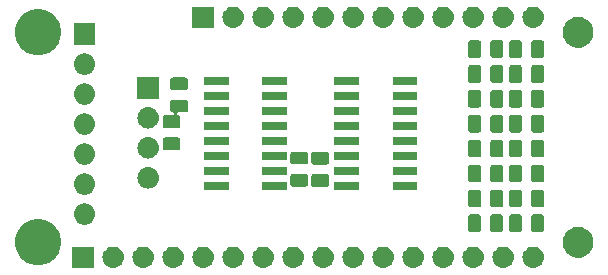
<source format=gbr>
G04 #@! TF.GenerationSoftware,KiCad,Pcbnew,(5.1.4)-1*
G04 #@! TF.CreationDate,2019-11-29T16:32:21-05:00*
G04 #@! TF.ProjectId,Feather-8bit-counter,46656174-6865-4722-9d38-6269742d636f,rev?*
G04 #@! TF.SameCoordinates,Original*
G04 #@! TF.FileFunction,Soldermask,Top*
G04 #@! TF.FilePolarity,Negative*
%FSLAX46Y46*%
G04 Gerber Fmt 4.6, Leading zero omitted, Abs format (unit mm)*
G04 Created by KiCad (PCBNEW (5.1.4)-1) date 2019-11-29 16:32:21*
%MOMM*%
%LPD*%
G04 APERTURE LIST*
%ADD10C,0.100000*%
G04 APERTURE END LIST*
D10*
G36*
X107835000Y-68871400D02*
G01*
X106033000Y-68871400D01*
X106033000Y-67069400D01*
X107835000Y-67069400D01*
X107835000Y-68871400D01*
X107835000Y-68871400D01*
G37*
G36*
X127364443Y-67075919D02*
G01*
X127430627Y-67082437D01*
X127600466Y-67133957D01*
X127756991Y-67217622D01*
X127792729Y-67246952D01*
X127894186Y-67330214D01*
X127977448Y-67431671D01*
X128006778Y-67467409D01*
X128090443Y-67623934D01*
X128141963Y-67793773D01*
X128159359Y-67970400D01*
X128141963Y-68147027D01*
X128090443Y-68316866D01*
X128006778Y-68473391D01*
X127977448Y-68509129D01*
X127894186Y-68610586D01*
X127792729Y-68693848D01*
X127756991Y-68723178D01*
X127600466Y-68806843D01*
X127430627Y-68858363D01*
X127364443Y-68864881D01*
X127298260Y-68871400D01*
X127209740Y-68871400D01*
X127143557Y-68864881D01*
X127077373Y-68858363D01*
X126907534Y-68806843D01*
X126751009Y-68723178D01*
X126715271Y-68693848D01*
X126613814Y-68610586D01*
X126530552Y-68509129D01*
X126501222Y-68473391D01*
X126417557Y-68316866D01*
X126366037Y-68147027D01*
X126348641Y-67970400D01*
X126366037Y-67793773D01*
X126417557Y-67623934D01*
X126501222Y-67467409D01*
X126530552Y-67431671D01*
X126613814Y-67330214D01*
X126715271Y-67246952D01*
X126751009Y-67217622D01*
X126907534Y-67133957D01*
X127077373Y-67082437D01*
X127143557Y-67075919D01*
X127209740Y-67069400D01*
X127298260Y-67069400D01*
X127364443Y-67075919D01*
X127364443Y-67075919D01*
G37*
G36*
X142604443Y-67075919D02*
G01*
X142670627Y-67082437D01*
X142840466Y-67133957D01*
X142996991Y-67217622D01*
X143032729Y-67246952D01*
X143134186Y-67330214D01*
X143217448Y-67431671D01*
X143246778Y-67467409D01*
X143330443Y-67623934D01*
X143381963Y-67793773D01*
X143399359Y-67970400D01*
X143381963Y-68147027D01*
X143330443Y-68316866D01*
X143246778Y-68473391D01*
X143217448Y-68509129D01*
X143134186Y-68610586D01*
X143032729Y-68693848D01*
X142996991Y-68723178D01*
X142840466Y-68806843D01*
X142670627Y-68858363D01*
X142604443Y-68864881D01*
X142538260Y-68871400D01*
X142449740Y-68871400D01*
X142383557Y-68864881D01*
X142317373Y-68858363D01*
X142147534Y-68806843D01*
X141991009Y-68723178D01*
X141955271Y-68693848D01*
X141853814Y-68610586D01*
X141770552Y-68509129D01*
X141741222Y-68473391D01*
X141657557Y-68316866D01*
X141606037Y-68147027D01*
X141588641Y-67970400D01*
X141606037Y-67793773D01*
X141657557Y-67623934D01*
X141741222Y-67467409D01*
X141770552Y-67431671D01*
X141853814Y-67330214D01*
X141955271Y-67246952D01*
X141991009Y-67217622D01*
X142147534Y-67133957D01*
X142317373Y-67082437D01*
X142383557Y-67075919D01*
X142449740Y-67069400D01*
X142538260Y-67069400D01*
X142604443Y-67075919D01*
X142604443Y-67075919D01*
G37*
G36*
X140064443Y-67075919D02*
G01*
X140130627Y-67082437D01*
X140300466Y-67133957D01*
X140456991Y-67217622D01*
X140492729Y-67246952D01*
X140594186Y-67330214D01*
X140677448Y-67431671D01*
X140706778Y-67467409D01*
X140790443Y-67623934D01*
X140841963Y-67793773D01*
X140859359Y-67970400D01*
X140841963Y-68147027D01*
X140790443Y-68316866D01*
X140706778Y-68473391D01*
X140677448Y-68509129D01*
X140594186Y-68610586D01*
X140492729Y-68693848D01*
X140456991Y-68723178D01*
X140300466Y-68806843D01*
X140130627Y-68858363D01*
X140064443Y-68864881D01*
X139998260Y-68871400D01*
X139909740Y-68871400D01*
X139843557Y-68864881D01*
X139777373Y-68858363D01*
X139607534Y-68806843D01*
X139451009Y-68723178D01*
X139415271Y-68693848D01*
X139313814Y-68610586D01*
X139230552Y-68509129D01*
X139201222Y-68473391D01*
X139117557Y-68316866D01*
X139066037Y-68147027D01*
X139048641Y-67970400D01*
X139066037Y-67793773D01*
X139117557Y-67623934D01*
X139201222Y-67467409D01*
X139230552Y-67431671D01*
X139313814Y-67330214D01*
X139415271Y-67246952D01*
X139451009Y-67217622D01*
X139607534Y-67133957D01*
X139777373Y-67082437D01*
X139843557Y-67075919D01*
X139909740Y-67069400D01*
X139998260Y-67069400D01*
X140064443Y-67075919D01*
X140064443Y-67075919D01*
G37*
G36*
X137524443Y-67075919D02*
G01*
X137590627Y-67082437D01*
X137760466Y-67133957D01*
X137916991Y-67217622D01*
X137952729Y-67246952D01*
X138054186Y-67330214D01*
X138137448Y-67431671D01*
X138166778Y-67467409D01*
X138250443Y-67623934D01*
X138301963Y-67793773D01*
X138319359Y-67970400D01*
X138301963Y-68147027D01*
X138250443Y-68316866D01*
X138166778Y-68473391D01*
X138137448Y-68509129D01*
X138054186Y-68610586D01*
X137952729Y-68693848D01*
X137916991Y-68723178D01*
X137760466Y-68806843D01*
X137590627Y-68858363D01*
X137524443Y-68864881D01*
X137458260Y-68871400D01*
X137369740Y-68871400D01*
X137303557Y-68864881D01*
X137237373Y-68858363D01*
X137067534Y-68806843D01*
X136911009Y-68723178D01*
X136875271Y-68693848D01*
X136773814Y-68610586D01*
X136690552Y-68509129D01*
X136661222Y-68473391D01*
X136577557Y-68316866D01*
X136526037Y-68147027D01*
X136508641Y-67970400D01*
X136526037Y-67793773D01*
X136577557Y-67623934D01*
X136661222Y-67467409D01*
X136690552Y-67431671D01*
X136773814Y-67330214D01*
X136875271Y-67246952D01*
X136911009Y-67217622D01*
X137067534Y-67133957D01*
X137237373Y-67082437D01*
X137303557Y-67075919D01*
X137369740Y-67069400D01*
X137458260Y-67069400D01*
X137524443Y-67075919D01*
X137524443Y-67075919D01*
G37*
G36*
X134984443Y-67075919D02*
G01*
X135050627Y-67082437D01*
X135220466Y-67133957D01*
X135376991Y-67217622D01*
X135412729Y-67246952D01*
X135514186Y-67330214D01*
X135597448Y-67431671D01*
X135626778Y-67467409D01*
X135710443Y-67623934D01*
X135761963Y-67793773D01*
X135779359Y-67970400D01*
X135761963Y-68147027D01*
X135710443Y-68316866D01*
X135626778Y-68473391D01*
X135597448Y-68509129D01*
X135514186Y-68610586D01*
X135412729Y-68693848D01*
X135376991Y-68723178D01*
X135220466Y-68806843D01*
X135050627Y-68858363D01*
X134984443Y-68864881D01*
X134918260Y-68871400D01*
X134829740Y-68871400D01*
X134763557Y-68864881D01*
X134697373Y-68858363D01*
X134527534Y-68806843D01*
X134371009Y-68723178D01*
X134335271Y-68693848D01*
X134233814Y-68610586D01*
X134150552Y-68509129D01*
X134121222Y-68473391D01*
X134037557Y-68316866D01*
X133986037Y-68147027D01*
X133968641Y-67970400D01*
X133986037Y-67793773D01*
X134037557Y-67623934D01*
X134121222Y-67467409D01*
X134150552Y-67431671D01*
X134233814Y-67330214D01*
X134335271Y-67246952D01*
X134371009Y-67217622D01*
X134527534Y-67133957D01*
X134697373Y-67082437D01*
X134763557Y-67075919D01*
X134829740Y-67069400D01*
X134918260Y-67069400D01*
X134984443Y-67075919D01*
X134984443Y-67075919D01*
G37*
G36*
X132444443Y-67075919D02*
G01*
X132510627Y-67082437D01*
X132680466Y-67133957D01*
X132836991Y-67217622D01*
X132872729Y-67246952D01*
X132974186Y-67330214D01*
X133057448Y-67431671D01*
X133086778Y-67467409D01*
X133170443Y-67623934D01*
X133221963Y-67793773D01*
X133239359Y-67970400D01*
X133221963Y-68147027D01*
X133170443Y-68316866D01*
X133086778Y-68473391D01*
X133057448Y-68509129D01*
X132974186Y-68610586D01*
X132872729Y-68693848D01*
X132836991Y-68723178D01*
X132680466Y-68806843D01*
X132510627Y-68858363D01*
X132444443Y-68864881D01*
X132378260Y-68871400D01*
X132289740Y-68871400D01*
X132223557Y-68864881D01*
X132157373Y-68858363D01*
X131987534Y-68806843D01*
X131831009Y-68723178D01*
X131795271Y-68693848D01*
X131693814Y-68610586D01*
X131610552Y-68509129D01*
X131581222Y-68473391D01*
X131497557Y-68316866D01*
X131446037Y-68147027D01*
X131428641Y-67970400D01*
X131446037Y-67793773D01*
X131497557Y-67623934D01*
X131581222Y-67467409D01*
X131610552Y-67431671D01*
X131693814Y-67330214D01*
X131795271Y-67246952D01*
X131831009Y-67217622D01*
X131987534Y-67133957D01*
X132157373Y-67082437D01*
X132223557Y-67075919D01*
X132289740Y-67069400D01*
X132378260Y-67069400D01*
X132444443Y-67075919D01*
X132444443Y-67075919D01*
G37*
G36*
X129904443Y-67075919D02*
G01*
X129970627Y-67082437D01*
X130140466Y-67133957D01*
X130296991Y-67217622D01*
X130332729Y-67246952D01*
X130434186Y-67330214D01*
X130517448Y-67431671D01*
X130546778Y-67467409D01*
X130630443Y-67623934D01*
X130681963Y-67793773D01*
X130699359Y-67970400D01*
X130681963Y-68147027D01*
X130630443Y-68316866D01*
X130546778Y-68473391D01*
X130517448Y-68509129D01*
X130434186Y-68610586D01*
X130332729Y-68693848D01*
X130296991Y-68723178D01*
X130140466Y-68806843D01*
X129970627Y-68858363D01*
X129904443Y-68864881D01*
X129838260Y-68871400D01*
X129749740Y-68871400D01*
X129683557Y-68864881D01*
X129617373Y-68858363D01*
X129447534Y-68806843D01*
X129291009Y-68723178D01*
X129255271Y-68693848D01*
X129153814Y-68610586D01*
X129070552Y-68509129D01*
X129041222Y-68473391D01*
X128957557Y-68316866D01*
X128906037Y-68147027D01*
X128888641Y-67970400D01*
X128906037Y-67793773D01*
X128957557Y-67623934D01*
X129041222Y-67467409D01*
X129070552Y-67431671D01*
X129153814Y-67330214D01*
X129255271Y-67246952D01*
X129291009Y-67217622D01*
X129447534Y-67133957D01*
X129617373Y-67082437D01*
X129683557Y-67075919D01*
X129749740Y-67069400D01*
X129838260Y-67069400D01*
X129904443Y-67075919D01*
X129904443Y-67075919D01*
G37*
G36*
X145144443Y-67075919D02*
G01*
X145210627Y-67082437D01*
X145380466Y-67133957D01*
X145536991Y-67217622D01*
X145572729Y-67246952D01*
X145674186Y-67330214D01*
X145757448Y-67431671D01*
X145786778Y-67467409D01*
X145870443Y-67623934D01*
X145921963Y-67793773D01*
X145939359Y-67970400D01*
X145921963Y-68147027D01*
X145870443Y-68316866D01*
X145786778Y-68473391D01*
X145757448Y-68509129D01*
X145674186Y-68610586D01*
X145572729Y-68693848D01*
X145536991Y-68723178D01*
X145380466Y-68806843D01*
X145210627Y-68858363D01*
X145144443Y-68864881D01*
X145078260Y-68871400D01*
X144989740Y-68871400D01*
X144923557Y-68864881D01*
X144857373Y-68858363D01*
X144687534Y-68806843D01*
X144531009Y-68723178D01*
X144495271Y-68693848D01*
X144393814Y-68610586D01*
X144310552Y-68509129D01*
X144281222Y-68473391D01*
X144197557Y-68316866D01*
X144146037Y-68147027D01*
X144128641Y-67970400D01*
X144146037Y-67793773D01*
X144197557Y-67623934D01*
X144281222Y-67467409D01*
X144310552Y-67431671D01*
X144393814Y-67330214D01*
X144495271Y-67246952D01*
X144531009Y-67217622D01*
X144687534Y-67133957D01*
X144857373Y-67082437D01*
X144923557Y-67075919D01*
X144989740Y-67069400D01*
X145078260Y-67069400D01*
X145144443Y-67075919D01*
X145144443Y-67075919D01*
G37*
G36*
X122284443Y-67075919D02*
G01*
X122350627Y-67082437D01*
X122520466Y-67133957D01*
X122676991Y-67217622D01*
X122712729Y-67246952D01*
X122814186Y-67330214D01*
X122897448Y-67431671D01*
X122926778Y-67467409D01*
X123010443Y-67623934D01*
X123061963Y-67793773D01*
X123079359Y-67970400D01*
X123061963Y-68147027D01*
X123010443Y-68316866D01*
X122926778Y-68473391D01*
X122897448Y-68509129D01*
X122814186Y-68610586D01*
X122712729Y-68693848D01*
X122676991Y-68723178D01*
X122520466Y-68806843D01*
X122350627Y-68858363D01*
X122284443Y-68864881D01*
X122218260Y-68871400D01*
X122129740Y-68871400D01*
X122063557Y-68864881D01*
X121997373Y-68858363D01*
X121827534Y-68806843D01*
X121671009Y-68723178D01*
X121635271Y-68693848D01*
X121533814Y-68610586D01*
X121450552Y-68509129D01*
X121421222Y-68473391D01*
X121337557Y-68316866D01*
X121286037Y-68147027D01*
X121268641Y-67970400D01*
X121286037Y-67793773D01*
X121337557Y-67623934D01*
X121421222Y-67467409D01*
X121450552Y-67431671D01*
X121533814Y-67330214D01*
X121635271Y-67246952D01*
X121671009Y-67217622D01*
X121827534Y-67133957D01*
X121997373Y-67082437D01*
X122063557Y-67075919D01*
X122129740Y-67069400D01*
X122218260Y-67069400D01*
X122284443Y-67075919D01*
X122284443Y-67075919D01*
G37*
G36*
X124824443Y-67075919D02*
G01*
X124890627Y-67082437D01*
X125060466Y-67133957D01*
X125216991Y-67217622D01*
X125252729Y-67246952D01*
X125354186Y-67330214D01*
X125437448Y-67431671D01*
X125466778Y-67467409D01*
X125550443Y-67623934D01*
X125601963Y-67793773D01*
X125619359Y-67970400D01*
X125601963Y-68147027D01*
X125550443Y-68316866D01*
X125466778Y-68473391D01*
X125437448Y-68509129D01*
X125354186Y-68610586D01*
X125252729Y-68693848D01*
X125216991Y-68723178D01*
X125060466Y-68806843D01*
X124890627Y-68858363D01*
X124824443Y-68864881D01*
X124758260Y-68871400D01*
X124669740Y-68871400D01*
X124603557Y-68864881D01*
X124537373Y-68858363D01*
X124367534Y-68806843D01*
X124211009Y-68723178D01*
X124175271Y-68693848D01*
X124073814Y-68610586D01*
X123990552Y-68509129D01*
X123961222Y-68473391D01*
X123877557Y-68316866D01*
X123826037Y-68147027D01*
X123808641Y-67970400D01*
X123826037Y-67793773D01*
X123877557Y-67623934D01*
X123961222Y-67467409D01*
X123990552Y-67431671D01*
X124073814Y-67330214D01*
X124175271Y-67246952D01*
X124211009Y-67217622D01*
X124367534Y-67133957D01*
X124537373Y-67082437D01*
X124603557Y-67075919D01*
X124669740Y-67069400D01*
X124758260Y-67069400D01*
X124824443Y-67075919D01*
X124824443Y-67075919D01*
G37*
G36*
X109584443Y-67075919D02*
G01*
X109650627Y-67082437D01*
X109820466Y-67133957D01*
X109976991Y-67217622D01*
X110012729Y-67246952D01*
X110114186Y-67330214D01*
X110197448Y-67431671D01*
X110226778Y-67467409D01*
X110310443Y-67623934D01*
X110361963Y-67793773D01*
X110379359Y-67970400D01*
X110361963Y-68147027D01*
X110310443Y-68316866D01*
X110226778Y-68473391D01*
X110197448Y-68509129D01*
X110114186Y-68610586D01*
X110012729Y-68693848D01*
X109976991Y-68723178D01*
X109820466Y-68806843D01*
X109650627Y-68858363D01*
X109584443Y-68864881D01*
X109518260Y-68871400D01*
X109429740Y-68871400D01*
X109363557Y-68864881D01*
X109297373Y-68858363D01*
X109127534Y-68806843D01*
X108971009Y-68723178D01*
X108935271Y-68693848D01*
X108833814Y-68610586D01*
X108750552Y-68509129D01*
X108721222Y-68473391D01*
X108637557Y-68316866D01*
X108586037Y-68147027D01*
X108568641Y-67970400D01*
X108586037Y-67793773D01*
X108637557Y-67623934D01*
X108721222Y-67467409D01*
X108750552Y-67431671D01*
X108833814Y-67330214D01*
X108935271Y-67246952D01*
X108971009Y-67217622D01*
X109127534Y-67133957D01*
X109297373Y-67082437D01*
X109363557Y-67075919D01*
X109429740Y-67069400D01*
X109518260Y-67069400D01*
X109584443Y-67075919D01*
X109584443Y-67075919D01*
G37*
G36*
X112124443Y-67075919D02*
G01*
X112190627Y-67082437D01*
X112360466Y-67133957D01*
X112516991Y-67217622D01*
X112552729Y-67246952D01*
X112654186Y-67330214D01*
X112737448Y-67431671D01*
X112766778Y-67467409D01*
X112850443Y-67623934D01*
X112901963Y-67793773D01*
X112919359Y-67970400D01*
X112901963Y-68147027D01*
X112850443Y-68316866D01*
X112766778Y-68473391D01*
X112737448Y-68509129D01*
X112654186Y-68610586D01*
X112552729Y-68693848D01*
X112516991Y-68723178D01*
X112360466Y-68806843D01*
X112190627Y-68858363D01*
X112124443Y-68864881D01*
X112058260Y-68871400D01*
X111969740Y-68871400D01*
X111903557Y-68864881D01*
X111837373Y-68858363D01*
X111667534Y-68806843D01*
X111511009Y-68723178D01*
X111475271Y-68693848D01*
X111373814Y-68610586D01*
X111290552Y-68509129D01*
X111261222Y-68473391D01*
X111177557Y-68316866D01*
X111126037Y-68147027D01*
X111108641Y-67970400D01*
X111126037Y-67793773D01*
X111177557Y-67623934D01*
X111261222Y-67467409D01*
X111290552Y-67431671D01*
X111373814Y-67330214D01*
X111475271Y-67246952D01*
X111511009Y-67217622D01*
X111667534Y-67133957D01*
X111837373Y-67082437D01*
X111903557Y-67075919D01*
X111969740Y-67069400D01*
X112058260Y-67069400D01*
X112124443Y-67075919D01*
X112124443Y-67075919D01*
G37*
G36*
X117204443Y-67075919D02*
G01*
X117270627Y-67082437D01*
X117440466Y-67133957D01*
X117596991Y-67217622D01*
X117632729Y-67246952D01*
X117734186Y-67330214D01*
X117817448Y-67431671D01*
X117846778Y-67467409D01*
X117930443Y-67623934D01*
X117981963Y-67793773D01*
X117999359Y-67970400D01*
X117981963Y-68147027D01*
X117930443Y-68316866D01*
X117846778Y-68473391D01*
X117817448Y-68509129D01*
X117734186Y-68610586D01*
X117632729Y-68693848D01*
X117596991Y-68723178D01*
X117440466Y-68806843D01*
X117270627Y-68858363D01*
X117204443Y-68864881D01*
X117138260Y-68871400D01*
X117049740Y-68871400D01*
X116983557Y-68864881D01*
X116917373Y-68858363D01*
X116747534Y-68806843D01*
X116591009Y-68723178D01*
X116555271Y-68693848D01*
X116453814Y-68610586D01*
X116370552Y-68509129D01*
X116341222Y-68473391D01*
X116257557Y-68316866D01*
X116206037Y-68147027D01*
X116188641Y-67970400D01*
X116206037Y-67793773D01*
X116257557Y-67623934D01*
X116341222Y-67467409D01*
X116370552Y-67431671D01*
X116453814Y-67330214D01*
X116555271Y-67246952D01*
X116591009Y-67217622D01*
X116747534Y-67133957D01*
X116917373Y-67082437D01*
X116983557Y-67075919D01*
X117049740Y-67069400D01*
X117138260Y-67069400D01*
X117204443Y-67075919D01*
X117204443Y-67075919D01*
G37*
G36*
X119744443Y-67075919D02*
G01*
X119810627Y-67082437D01*
X119980466Y-67133957D01*
X120136991Y-67217622D01*
X120172729Y-67246952D01*
X120274186Y-67330214D01*
X120357448Y-67431671D01*
X120386778Y-67467409D01*
X120470443Y-67623934D01*
X120521963Y-67793773D01*
X120539359Y-67970400D01*
X120521963Y-68147027D01*
X120470443Y-68316866D01*
X120386778Y-68473391D01*
X120357448Y-68509129D01*
X120274186Y-68610586D01*
X120172729Y-68693848D01*
X120136991Y-68723178D01*
X119980466Y-68806843D01*
X119810627Y-68858363D01*
X119744443Y-68864881D01*
X119678260Y-68871400D01*
X119589740Y-68871400D01*
X119523557Y-68864881D01*
X119457373Y-68858363D01*
X119287534Y-68806843D01*
X119131009Y-68723178D01*
X119095271Y-68693848D01*
X118993814Y-68610586D01*
X118910552Y-68509129D01*
X118881222Y-68473391D01*
X118797557Y-68316866D01*
X118746037Y-68147027D01*
X118728641Y-67970400D01*
X118746037Y-67793773D01*
X118797557Y-67623934D01*
X118881222Y-67467409D01*
X118910552Y-67431671D01*
X118993814Y-67330214D01*
X119095271Y-67246952D01*
X119131009Y-67217622D01*
X119287534Y-67133957D01*
X119457373Y-67082437D01*
X119523557Y-67075919D01*
X119589740Y-67069400D01*
X119678260Y-67069400D01*
X119744443Y-67075919D01*
X119744443Y-67075919D01*
G37*
G36*
X114664443Y-67075919D02*
G01*
X114730627Y-67082437D01*
X114900466Y-67133957D01*
X115056991Y-67217622D01*
X115092729Y-67246952D01*
X115194186Y-67330214D01*
X115277448Y-67431671D01*
X115306778Y-67467409D01*
X115390443Y-67623934D01*
X115441963Y-67793773D01*
X115459359Y-67970400D01*
X115441963Y-68147027D01*
X115390443Y-68316866D01*
X115306778Y-68473391D01*
X115277448Y-68509129D01*
X115194186Y-68610586D01*
X115092729Y-68693848D01*
X115056991Y-68723178D01*
X114900466Y-68806843D01*
X114730627Y-68858363D01*
X114664443Y-68864881D01*
X114598260Y-68871400D01*
X114509740Y-68871400D01*
X114443557Y-68864881D01*
X114377373Y-68858363D01*
X114207534Y-68806843D01*
X114051009Y-68723178D01*
X114015271Y-68693848D01*
X113913814Y-68610586D01*
X113830552Y-68509129D01*
X113801222Y-68473391D01*
X113717557Y-68316866D01*
X113666037Y-68147027D01*
X113648641Y-67970400D01*
X113666037Y-67793773D01*
X113717557Y-67623934D01*
X113801222Y-67467409D01*
X113830552Y-67431671D01*
X113913814Y-67330214D01*
X114015271Y-67246952D01*
X114051009Y-67217622D01*
X114207534Y-67133957D01*
X114377373Y-67082437D01*
X114443557Y-67075919D01*
X114509740Y-67069400D01*
X114598260Y-67069400D01*
X114664443Y-67075919D01*
X114664443Y-67075919D01*
G37*
G36*
X103695625Y-64824375D02*
G01*
X104050683Y-64971445D01*
X104050685Y-64971446D01*
X104370230Y-65184959D01*
X104641981Y-65456710D01*
X104794511Y-65684988D01*
X104855495Y-65776257D01*
X105002565Y-66131315D01*
X105077540Y-66508242D01*
X105077540Y-66892558D01*
X105002565Y-67269485D01*
X104920582Y-67467409D01*
X104855494Y-67624545D01*
X104641981Y-67944090D01*
X104370230Y-68215841D01*
X104050685Y-68429354D01*
X104050684Y-68429355D01*
X104050683Y-68429355D01*
X103695625Y-68576425D01*
X103318698Y-68651400D01*
X102934382Y-68651400D01*
X102557455Y-68576425D01*
X102202397Y-68429355D01*
X102202396Y-68429355D01*
X102202395Y-68429354D01*
X101882850Y-68215841D01*
X101611099Y-67944090D01*
X101397586Y-67624545D01*
X101332498Y-67467409D01*
X101250515Y-67269485D01*
X101175540Y-66892558D01*
X101175540Y-66508242D01*
X101250515Y-66131315D01*
X101397585Y-65776257D01*
X101458569Y-65684988D01*
X101611099Y-65456710D01*
X101882850Y-65184959D01*
X102202395Y-64971446D01*
X102202397Y-64971445D01*
X102557455Y-64824375D01*
X102934382Y-64749400D01*
X103318698Y-64749400D01*
X103695625Y-64824375D01*
X103695625Y-64824375D01*
G37*
G36*
X149226027Y-65449396D02*
G01*
X149462793Y-65547468D01*
X149462795Y-65547469D01*
X149593013Y-65634478D01*
X149675879Y-65689847D01*
X149857093Y-65871061D01*
X149999472Y-66084147D01*
X150097544Y-66320913D01*
X150147540Y-66572261D01*
X150147540Y-66828539D01*
X150097544Y-67079887D01*
X150019009Y-67269486D01*
X149999471Y-67316655D01*
X149857093Y-67529739D01*
X149675879Y-67710953D01*
X149462795Y-67853331D01*
X149462794Y-67853332D01*
X149462793Y-67853332D01*
X149226027Y-67951404D01*
X148974679Y-68001400D01*
X148718401Y-68001400D01*
X148467053Y-67951404D01*
X148230287Y-67853332D01*
X148230286Y-67853332D01*
X148230285Y-67853331D01*
X148017201Y-67710953D01*
X147835987Y-67529739D01*
X147693609Y-67316655D01*
X147674071Y-67269486D01*
X147595536Y-67079887D01*
X147545540Y-66828539D01*
X147545540Y-66572261D01*
X147595536Y-66320913D01*
X147693608Y-66084147D01*
X147835987Y-65871061D01*
X148017201Y-65689847D01*
X148100067Y-65634478D01*
X148230285Y-65547469D01*
X148230287Y-65547468D01*
X148467053Y-65449396D01*
X148718401Y-65399400D01*
X148974679Y-65399400D01*
X149226027Y-65449396D01*
X149226027Y-65449396D01*
G37*
G36*
X143912208Y-64353765D02*
G01*
X143950878Y-64365496D01*
X143986517Y-64384546D01*
X144017757Y-64410183D01*
X144043394Y-64441423D01*
X144062444Y-64477062D01*
X144074175Y-64515732D01*
X144078740Y-64562088D01*
X144078740Y-65638312D01*
X144074175Y-65684668D01*
X144062444Y-65723338D01*
X144043394Y-65758977D01*
X144017757Y-65790217D01*
X143986517Y-65815854D01*
X143950878Y-65834904D01*
X143912208Y-65846635D01*
X143865852Y-65851200D01*
X143214628Y-65851200D01*
X143168272Y-65846635D01*
X143129602Y-65834904D01*
X143093963Y-65815854D01*
X143062723Y-65790217D01*
X143037086Y-65758977D01*
X143018036Y-65723338D01*
X143006305Y-65684668D01*
X143001740Y-65638312D01*
X143001740Y-64562088D01*
X143006305Y-64515732D01*
X143018036Y-64477062D01*
X143037086Y-64441423D01*
X143062723Y-64410183D01*
X143093963Y-64384546D01*
X143129602Y-64365496D01*
X143168272Y-64353765D01*
X143214628Y-64349200D01*
X143865852Y-64349200D01*
X143912208Y-64353765D01*
X143912208Y-64353765D01*
G37*
G36*
X140455028Y-64353765D02*
G01*
X140493698Y-64365496D01*
X140529337Y-64384546D01*
X140560577Y-64410183D01*
X140586214Y-64441423D01*
X140605264Y-64477062D01*
X140616995Y-64515732D01*
X140621560Y-64562088D01*
X140621560Y-65638312D01*
X140616995Y-65684668D01*
X140605264Y-65723338D01*
X140586214Y-65758977D01*
X140560577Y-65790217D01*
X140529337Y-65815854D01*
X140493698Y-65834904D01*
X140455028Y-65846635D01*
X140408672Y-65851200D01*
X139757448Y-65851200D01*
X139711092Y-65846635D01*
X139672422Y-65834904D01*
X139636783Y-65815854D01*
X139605543Y-65790217D01*
X139579906Y-65758977D01*
X139560856Y-65723338D01*
X139549125Y-65684668D01*
X139544560Y-65638312D01*
X139544560Y-64562088D01*
X139549125Y-64515732D01*
X139560856Y-64477062D01*
X139579906Y-64441423D01*
X139605543Y-64410183D01*
X139636783Y-64384546D01*
X139672422Y-64365496D01*
X139711092Y-64353765D01*
X139757448Y-64349200D01*
X140408672Y-64349200D01*
X140455028Y-64353765D01*
X140455028Y-64353765D01*
G37*
G36*
X142330028Y-64353765D02*
G01*
X142368698Y-64365496D01*
X142404337Y-64384546D01*
X142435577Y-64410183D01*
X142461214Y-64441423D01*
X142480264Y-64477062D01*
X142491995Y-64515732D01*
X142496560Y-64562088D01*
X142496560Y-65638312D01*
X142491995Y-65684668D01*
X142480264Y-65723338D01*
X142461214Y-65758977D01*
X142435577Y-65790217D01*
X142404337Y-65815854D01*
X142368698Y-65834904D01*
X142330028Y-65846635D01*
X142283672Y-65851200D01*
X141632448Y-65851200D01*
X141586092Y-65846635D01*
X141547422Y-65834904D01*
X141511783Y-65815854D01*
X141480543Y-65790217D01*
X141454906Y-65758977D01*
X141435856Y-65723338D01*
X141424125Y-65684668D01*
X141419560Y-65638312D01*
X141419560Y-64562088D01*
X141424125Y-64515732D01*
X141435856Y-64477062D01*
X141454906Y-64441423D01*
X141480543Y-64410183D01*
X141511783Y-64384546D01*
X141547422Y-64365496D01*
X141586092Y-64353765D01*
X141632448Y-64349200D01*
X142283672Y-64349200D01*
X142330028Y-64353765D01*
X142330028Y-64353765D01*
G37*
G36*
X145787208Y-64353765D02*
G01*
X145825878Y-64365496D01*
X145861517Y-64384546D01*
X145892757Y-64410183D01*
X145918394Y-64441423D01*
X145937444Y-64477062D01*
X145949175Y-64515732D01*
X145953740Y-64562088D01*
X145953740Y-65638312D01*
X145949175Y-65684668D01*
X145937444Y-65723338D01*
X145918394Y-65758977D01*
X145892757Y-65790217D01*
X145861517Y-65815854D01*
X145825878Y-65834904D01*
X145787208Y-65846635D01*
X145740852Y-65851200D01*
X145089628Y-65851200D01*
X145043272Y-65846635D01*
X145004602Y-65834904D01*
X144968963Y-65815854D01*
X144937723Y-65790217D01*
X144912086Y-65758977D01*
X144893036Y-65723338D01*
X144881305Y-65684668D01*
X144876740Y-65638312D01*
X144876740Y-64562088D01*
X144881305Y-64515732D01*
X144893036Y-64477062D01*
X144912086Y-64441423D01*
X144937723Y-64410183D01*
X144968963Y-64384546D01*
X145004602Y-64365496D01*
X145043272Y-64353765D01*
X145089628Y-64349200D01*
X145740852Y-64349200D01*
X145787208Y-64353765D01*
X145787208Y-64353765D01*
G37*
G36*
X107158742Y-63418638D02*
G01*
X107224927Y-63425157D01*
X107394766Y-63476677D01*
X107551291Y-63560342D01*
X107570940Y-63576468D01*
X107688486Y-63672934D01*
X107771748Y-63774391D01*
X107801078Y-63810129D01*
X107884743Y-63966654D01*
X107936263Y-64136493D01*
X107953659Y-64313120D01*
X107936263Y-64489747D01*
X107884743Y-64659586D01*
X107801078Y-64816111D01*
X107794295Y-64824376D01*
X107688486Y-64953306D01*
X107587029Y-65036568D01*
X107551291Y-65065898D01*
X107394766Y-65149563D01*
X107224927Y-65201083D01*
X107158742Y-65207602D01*
X107092560Y-65214120D01*
X107004040Y-65214120D01*
X106937858Y-65207602D01*
X106871673Y-65201083D01*
X106701834Y-65149563D01*
X106545309Y-65065898D01*
X106509571Y-65036568D01*
X106408114Y-64953306D01*
X106302305Y-64824376D01*
X106295522Y-64816111D01*
X106211857Y-64659586D01*
X106160337Y-64489747D01*
X106142941Y-64313120D01*
X106160337Y-64136493D01*
X106211857Y-63966654D01*
X106295522Y-63810129D01*
X106324852Y-63774391D01*
X106408114Y-63672934D01*
X106525660Y-63576468D01*
X106545309Y-63560342D01*
X106701834Y-63476677D01*
X106871673Y-63425157D01*
X106937858Y-63418638D01*
X107004040Y-63412120D01*
X107092560Y-63412120D01*
X107158742Y-63418638D01*
X107158742Y-63418638D01*
G37*
G36*
X143912208Y-62245565D02*
G01*
X143950878Y-62257296D01*
X143986517Y-62276346D01*
X144017757Y-62301983D01*
X144043394Y-62333223D01*
X144062444Y-62368862D01*
X144074175Y-62407532D01*
X144078740Y-62453888D01*
X144078740Y-63530112D01*
X144074175Y-63576468D01*
X144062444Y-63615138D01*
X144043394Y-63650777D01*
X144017757Y-63682017D01*
X143986517Y-63707654D01*
X143950878Y-63726704D01*
X143912208Y-63738435D01*
X143865852Y-63743000D01*
X143214628Y-63743000D01*
X143168272Y-63738435D01*
X143129602Y-63726704D01*
X143093963Y-63707654D01*
X143062723Y-63682017D01*
X143037086Y-63650777D01*
X143018036Y-63615138D01*
X143006305Y-63576468D01*
X143001740Y-63530112D01*
X143001740Y-62453888D01*
X143006305Y-62407532D01*
X143018036Y-62368862D01*
X143037086Y-62333223D01*
X143062723Y-62301983D01*
X143093963Y-62276346D01*
X143129602Y-62257296D01*
X143168272Y-62245565D01*
X143214628Y-62241000D01*
X143865852Y-62241000D01*
X143912208Y-62245565D01*
X143912208Y-62245565D01*
G37*
G36*
X145787208Y-62245565D02*
G01*
X145825878Y-62257296D01*
X145861517Y-62276346D01*
X145892757Y-62301983D01*
X145918394Y-62333223D01*
X145937444Y-62368862D01*
X145949175Y-62407532D01*
X145953740Y-62453888D01*
X145953740Y-63530112D01*
X145949175Y-63576468D01*
X145937444Y-63615138D01*
X145918394Y-63650777D01*
X145892757Y-63682017D01*
X145861517Y-63707654D01*
X145825878Y-63726704D01*
X145787208Y-63738435D01*
X145740852Y-63743000D01*
X145089628Y-63743000D01*
X145043272Y-63738435D01*
X145004602Y-63726704D01*
X144968963Y-63707654D01*
X144937723Y-63682017D01*
X144912086Y-63650777D01*
X144893036Y-63615138D01*
X144881305Y-63576468D01*
X144876740Y-63530112D01*
X144876740Y-62453888D01*
X144881305Y-62407532D01*
X144893036Y-62368862D01*
X144912086Y-62333223D01*
X144937723Y-62301983D01*
X144968963Y-62276346D01*
X145004602Y-62257296D01*
X145043272Y-62245565D01*
X145089628Y-62241000D01*
X145740852Y-62241000D01*
X145787208Y-62245565D01*
X145787208Y-62245565D01*
G37*
G36*
X142330028Y-62245565D02*
G01*
X142368698Y-62257296D01*
X142404337Y-62276346D01*
X142435577Y-62301983D01*
X142461214Y-62333223D01*
X142480264Y-62368862D01*
X142491995Y-62407532D01*
X142496560Y-62453888D01*
X142496560Y-63530112D01*
X142491995Y-63576468D01*
X142480264Y-63615138D01*
X142461214Y-63650777D01*
X142435577Y-63682017D01*
X142404337Y-63707654D01*
X142368698Y-63726704D01*
X142330028Y-63738435D01*
X142283672Y-63743000D01*
X141632448Y-63743000D01*
X141586092Y-63738435D01*
X141547422Y-63726704D01*
X141511783Y-63707654D01*
X141480543Y-63682017D01*
X141454906Y-63650777D01*
X141435856Y-63615138D01*
X141424125Y-63576468D01*
X141419560Y-63530112D01*
X141419560Y-62453888D01*
X141424125Y-62407532D01*
X141435856Y-62368862D01*
X141454906Y-62333223D01*
X141480543Y-62301983D01*
X141511783Y-62276346D01*
X141547422Y-62257296D01*
X141586092Y-62245565D01*
X141632448Y-62241000D01*
X142283672Y-62241000D01*
X142330028Y-62245565D01*
X142330028Y-62245565D01*
G37*
G36*
X140455028Y-62245565D02*
G01*
X140493698Y-62257296D01*
X140529337Y-62276346D01*
X140560577Y-62301983D01*
X140586214Y-62333223D01*
X140605264Y-62368862D01*
X140616995Y-62407532D01*
X140621560Y-62453888D01*
X140621560Y-63530112D01*
X140616995Y-63576468D01*
X140605264Y-63615138D01*
X140586214Y-63650777D01*
X140560577Y-63682017D01*
X140529337Y-63707654D01*
X140493698Y-63726704D01*
X140455028Y-63738435D01*
X140408672Y-63743000D01*
X139757448Y-63743000D01*
X139711092Y-63738435D01*
X139672422Y-63726704D01*
X139636783Y-63707654D01*
X139605543Y-63682017D01*
X139579906Y-63650777D01*
X139560856Y-63615138D01*
X139549125Y-63576468D01*
X139544560Y-63530112D01*
X139544560Y-62453888D01*
X139549125Y-62407532D01*
X139560856Y-62368862D01*
X139579906Y-62333223D01*
X139605543Y-62301983D01*
X139636783Y-62276346D01*
X139672422Y-62257296D01*
X139711092Y-62245565D01*
X139757448Y-62241000D01*
X140408672Y-62241000D01*
X140455028Y-62245565D01*
X140455028Y-62245565D01*
G37*
G36*
X107158743Y-60878639D02*
G01*
X107224927Y-60885157D01*
X107394766Y-60936677D01*
X107551291Y-61020342D01*
X107575027Y-61039822D01*
X107688486Y-61132934D01*
X107740611Y-61196450D01*
X107801078Y-61270129D01*
X107884743Y-61426654D01*
X107936263Y-61596493D01*
X107953659Y-61773120D01*
X107936263Y-61949747D01*
X107884743Y-62119586D01*
X107801078Y-62276111D01*
X107779845Y-62301983D01*
X107688486Y-62413306D01*
X107587029Y-62496568D01*
X107551291Y-62525898D01*
X107394766Y-62609563D01*
X107224927Y-62661083D01*
X107158742Y-62667602D01*
X107092560Y-62674120D01*
X107004040Y-62674120D01*
X106937858Y-62667602D01*
X106871673Y-62661083D01*
X106701834Y-62609563D01*
X106545309Y-62525898D01*
X106509571Y-62496568D01*
X106408114Y-62413306D01*
X106316755Y-62301983D01*
X106295522Y-62276111D01*
X106211857Y-62119586D01*
X106160337Y-61949747D01*
X106142941Y-61773120D01*
X106160337Y-61596493D01*
X106211857Y-61426654D01*
X106295522Y-61270129D01*
X106355989Y-61196450D01*
X106408114Y-61132934D01*
X106521573Y-61039822D01*
X106545309Y-61020342D01*
X106701834Y-60936677D01*
X106871673Y-60885157D01*
X106937857Y-60878639D01*
X107004040Y-60872120D01*
X107092560Y-60872120D01*
X107158743Y-60878639D01*
X107158743Y-60878639D01*
G37*
G36*
X119265900Y-62306400D02*
G01*
X117182700Y-62306400D01*
X117182700Y-61645600D01*
X119265900Y-61645600D01*
X119265900Y-62306400D01*
X119265900Y-62306400D01*
G37*
G36*
X124193500Y-62306400D02*
G01*
X122110300Y-62306400D01*
X122110300Y-61645600D01*
X124193500Y-61645600D01*
X124193500Y-62306400D01*
X124193500Y-62306400D01*
G37*
G36*
X130302200Y-62306400D02*
G01*
X128219000Y-62306400D01*
X128219000Y-61645600D01*
X130302200Y-61645600D01*
X130302200Y-62306400D01*
X130302200Y-62306400D01*
G37*
G36*
X135229800Y-62306400D02*
G01*
X133146600Y-62306400D01*
X133146600Y-61645600D01*
X135229800Y-61645600D01*
X135229800Y-62306400D01*
X135229800Y-62306400D01*
G37*
G36*
X112543542Y-60360158D02*
G01*
X112609727Y-60366677D01*
X112779566Y-60418197D01*
X112936091Y-60501862D01*
X112971829Y-60531192D01*
X113073286Y-60614454D01*
X113156548Y-60715911D01*
X113185878Y-60751649D01*
X113269543Y-60908174D01*
X113321063Y-61078013D01*
X113338459Y-61254640D01*
X113321063Y-61431267D01*
X113269543Y-61601106D01*
X113185878Y-61757631D01*
X113156548Y-61793369D01*
X113073286Y-61894826D01*
X112995304Y-61958823D01*
X112936091Y-62007418D01*
X112779566Y-62091083D01*
X112609727Y-62142603D01*
X112543543Y-62149121D01*
X112477360Y-62155640D01*
X112388840Y-62155640D01*
X112322657Y-62149121D01*
X112256473Y-62142603D01*
X112086634Y-62091083D01*
X111930109Y-62007418D01*
X111870896Y-61958823D01*
X111792914Y-61894826D01*
X111709652Y-61793369D01*
X111680322Y-61757631D01*
X111596657Y-61601106D01*
X111545137Y-61431267D01*
X111527741Y-61254640D01*
X111545137Y-61078013D01*
X111596657Y-60908174D01*
X111680322Y-60751649D01*
X111709652Y-60715911D01*
X111792914Y-60614454D01*
X111894371Y-60531192D01*
X111930109Y-60501862D01*
X112086634Y-60418197D01*
X112256473Y-60366677D01*
X112322658Y-60360158D01*
X112388840Y-60353640D01*
X112477360Y-60353640D01*
X112543542Y-60360158D01*
X112543542Y-60360158D01*
G37*
G36*
X127584468Y-60931765D02*
G01*
X127623138Y-60943496D01*
X127658777Y-60962546D01*
X127690017Y-60988183D01*
X127715654Y-61019423D01*
X127734704Y-61055062D01*
X127746435Y-61093732D01*
X127751000Y-61140088D01*
X127751000Y-61791312D01*
X127746435Y-61837668D01*
X127734704Y-61876338D01*
X127715654Y-61911977D01*
X127690017Y-61943217D01*
X127658777Y-61968854D01*
X127623138Y-61987904D01*
X127584468Y-61999635D01*
X127538112Y-62004200D01*
X126461888Y-62004200D01*
X126415532Y-61999635D01*
X126376862Y-61987904D01*
X126341223Y-61968854D01*
X126309983Y-61943217D01*
X126284346Y-61911977D01*
X126265296Y-61876338D01*
X126253565Y-61837668D01*
X126249000Y-61791312D01*
X126249000Y-61140088D01*
X126253565Y-61093732D01*
X126265296Y-61055062D01*
X126284346Y-61019423D01*
X126309983Y-60988183D01*
X126341223Y-60962546D01*
X126376862Y-60943496D01*
X126415532Y-60931765D01*
X126461888Y-60927200D01*
X127538112Y-60927200D01*
X127584468Y-60931765D01*
X127584468Y-60931765D01*
G37*
G36*
X125819168Y-60916525D02*
G01*
X125857838Y-60928256D01*
X125893477Y-60947306D01*
X125924717Y-60972943D01*
X125950354Y-61004183D01*
X125969404Y-61039822D01*
X125981135Y-61078492D01*
X125985700Y-61124848D01*
X125985700Y-61776072D01*
X125981135Y-61822428D01*
X125969404Y-61861098D01*
X125950354Y-61896737D01*
X125924717Y-61927977D01*
X125893477Y-61953614D01*
X125857838Y-61972664D01*
X125819168Y-61984395D01*
X125772812Y-61988960D01*
X124696588Y-61988960D01*
X124650232Y-61984395D01*
X124611562Y-61972664D01*
X124575923Y-61953614D01*
X124544683Y-61927977D01*
X124519046Y-61896737D01*
X124499996Y-61861098D01*
X124488265Y-61822428D01*
X124483700Y-61776072D01*
X124483700Y-61124848D01*
X124488265Y-61078492D01*
X124499996Y-61039822D01*
X124519046Y-61004183D01*
X124544683Y-60972943D01*
X124575923Y-60947306D01*
X124611562Y-60928256D01*
X124650232Y-60916525D01*
X124696588Y-60911960D01*
X125772812Y-60911960D01*
X125819168Y-60916525D01*
X125819168Y-60916525D01*
G37*
G36*
X143912208Y-60137365D02*
G01*
X143950878Y-60149096D01*
X143986517Y-60168146D01*
X144017757Y-60193783D01*
X144043394Y-60225023D01*
X144062444Y-60260662D01*
X144074175Y-60299332D01*
X144078740Y-60345688D01*
X144078740Y-61421912D01*
X144074175Y-61468268D01*
X144062444Y-61506938D01*
X144043394Y-61542577D01*
X144017757Y-61573817D01*
X143986517Y-61599454D01*
X143950878Y-61618504D01*
X143912208Y-61630235D01*
X143865852Y-61634800D01*
X143214628Y-61634800D01*
X143168272Y-61630235D01*
X143129602Y-61618504D01*
X143093963Y-61599454D01*
X143062723Y-61573817D01*
X143037086Y-61542577D01*
X143018036Y-61506938D01*
X143006305Y-61468268D01*
X143001740Y-61421912D01*
X143001740Y-60345688D01*
X143006305Y-60299332D01*
X143018036Y-60260662D01*
X143037086Y-60225023D01*
X143062723Y-60193783D01*
X143093963Y-60168146D01*
X143129602Y-60149096D01*
X143168272Y-60137365D01*
X143214628Y-60132800D01*
X143865852Y-60132800D01*
X143912208Y-60137365D01*
X143912208Y-60137365D01*
G37*
G36*
X140455028Y-60137365D02*
G01*
X140493698Y-60149096D01*
X140529337Y-60168146D01*
X140560577Y-60193783D01*
X140586214Y-60225023D01*
X140605264Y-60260662D01*
X140616995Y-60299332D01*
X140621560Y-60345688D01*
X140621560Y-61421912D01*
X140616995Y-61468268D01*
X140605264Y-61506938D01*
X140586214Y-61542577D01*
X140560577Y-61573817D01*
X140529337Y-61599454D01*
X140493698Y-61618504D01*
X140455028Y-61630235D01*
X140408672Y-61634800D01*
X139757448Y-61634800D01*
X139711092Y-61630235D01*
X139672422Y-61618504D01*
X139636783Y-61599454D01*
X139605543Y-61573817D01*
X139579906Y-61542577D01*
X139560856Y-61506938D01*
X139549125Y-61468268D01*
X139544560Y-61421912D01*
X139544560Y-60345688D01*
X139549125Y-60299332D01*
X139560856Y-60260662D01*
X139579906Y-60225023D01*
X139605543Y-60193783D01*
X139636783Y-60168146D01*
X139672422Y-60149096D01*
X139711092Y-60137365D01*
X139757448Y-60132800D01*
X140408672Y-60132800D01*
X140455028Y-60137365D01*
X140455028Y-60137365D01*
G37*
G36*
X145787208Y-60137365D02*
G01*
X145825878Y-60149096D01*
X145861517Y-60168146D01*
X145892757Y-60193783D01*
X145918394Y-60225023D01*
X145937444Y-60260662D01*
X145949175Y-60299332D01*
X145953740Y-60345688D01*
X145953740Y-61421912D01*
X145949175Y-61468268D01*
X145937444Y-61506938D01*
X145918394Y-61542577D01*
X145892757Y-61573817D01*
X145861517Y-61599454D01*
X145825878Y-61618504D01*
X145787208Y-61630235D01*
X145740852Y-61634800D01*
X145089628Y-61634800D01*
X145043272Y-61630235D01*
X145004602Y-61618504D01*
X144968963Y-61599454D01*
X144937723Y-61573817D01*
X144912086Y-61542577D01*
X144893036Y-61506938D01*
X144881305Y-61468268D01*
X144876740Y-61421912D01*
X144876740Y-60345688D01*
X144881305Y-60299332D01*
X144893036Y-60260662D01*
X144912086Y-60225023D01*
X144937723Y-60193783D01*
X144968963Y-60168146D01*
X145004602Y-60149096D01*
X145043272Y-60137365D01*
X145089628Y-60132800D01*
X145740852Y-60132800D01*
X145787208Y-60137365D01*
X145787208Y-60137365D01*
G37*
G36*
X142330028Y-60137365D02*
G01*
X142368698Y-60149096D01*
X142404337Y-60168146D01*
X142435577Y-60193783D01*
X142461214Y-60225023D01*
X142480264Y-60260662D01*
X142491995Y-60299332D01*
X142496560Y-60345688D01*
X142496560Y-61421912D01*
X142491995Y-61468268D01*
X142480264Y-61506938D01*
X142461214Y-61542577D01*
X142435577Y-61573817D01*
X142404337Y-61599454D01*
X142368698Y-61618504D01*
X142330028Y-61630235D01*
X142283672Y-61634800D01*
X141632448Y-61634800D01*
X141586092Y-61630235D01*
X141547422Y-61618504D01*
X141511783Y-61599454D01*
X141480543Y-61573817D01*
X141454906Y-61542577D01*
X141435856Y-61506938D01*
X141424125Y-61468268D01*
X141419560Y-61421912D01*
X141419560Y-60345688D01*
X141424125Y-60299332D01*
X141435856Y-60260662D01*
X141454906Y-60225023D01*
X141480543Y-60193783D01*
X141511783Y-60168146D01*
X141547422Y-60149096D01*
X141586092Y-60137365D01*
X141632448Y-60132800D01*
X142283672Y-60132800D01*
X142330028Y-60137365D01*
X142330028Y-60137365D01*
G37*
G36*
X124193500Y-61036400D02*
G01*
X122110300Y-61036400D01*
X122110300Y-60375600D01*
X124193500Y-60375600D01*
X124193500Y-61036400D01*
X124193500Y-61036400D01*
G37*
G36*
X135229800Y-61036400D02*
G01*
X133146600Y-61036400D01*
X133146600Y-60375600D01*
X135229800Y-60375600D01*
X135229800Y-61036400D01*
X135229800Y-61036400D01*
G37*
G36*
X119265900Y-61036400D02*
G01*
X117182700Y-61036400D01*
X117182700Y-60375600D01*
X119265900Y-60375600D01*
X119265900Y-61036400D01*
X119265900Y-61036400D01*
G37*
G36*
X130302200Y-61036400D02*
G01*
X128219000Y-61036400D01*
X128219000Y-60375600D01*
X130302200Y-60375600D01*
X130302200Y-61036400D01*
X130302200Y-61036400D01*
G37*
G36*
X107158742Y-58338638D02*
G01*
X107224927Y-58345157D01*
X107394766Y-58396677D01*
X107551291Y-58480342D01*
X107587029Y-58509672D01*
X107688486Y-58592934D01*
X107767060Y-58688678D01*
X107801078Y-58730129D01*
X107884743Y-58886654D01*
X107936263Y-59056493D01*
X107953659Y-59233120D01*
X107936263Y-59409747D01*
X107884743Y-59579586D01*
X107801078Y-59736111D01*
X107776220Y-59766400D01*
X107688486Y-59873306D01*
X107598167Y-59947428D01*
X107551291Y-59985898D01*
X107551289Y-59985899D01*
X107396600Y-60068583D01*
X107394766Y-60069563D01*
X107224927Y-60121083D01*
X107158743Y-60127601D01*
X107092560Y-60134120D01*
X107004040Y-60134120D01*
X106937857Y-60127601D01*
X106871673Y-60121083D01*
X106701834Y-60069563D01*
X106700001Y-60068583D01*
X106545311Y-59985899D01*
X106545309Y-59985898D01*
X106498433Y-59947428D01*
X106408114Y-59873306D01*
X106320380Y-59766400D01*
X106295522Y-59736111D01*
X106211857Y-59579586D01*
X106160337Y-59409747D01*
X106142941Y-59233120D01*
X106160337Y-59056493D01*
X106211857Y-58886654D01*
X106295522Y-58730129D01*
X106329540Y-58688678D01*
X106408114Y-58592934D01*
X106509571Y-58509672D01*
X106545309Y-58480342D01*
X106701834Y-58396677D01*
X106871673Y-58345157D01*
X106937858Y-58338638D01*
X107004040Y-58332120D01*
X107092560Y-58332120D01*
X107158742Y-58338638D01*
X107158742Y-58338638D01*
G37*
G36*
X127584468Y-59056765D02*
G01*
X127623138Y-59068496D01*
X127658777Y-59087546D01*
X127690017Y-59113183D01*
X127715654Y-59144423D01*
X127734704Y-59180062D01*
X127746435Y-59218732D01*
X127751000Y-59265088D01*
X127751000Y-59916312D01*
X127746435Y-59962668D01*
X127734704Y-60001338D01*
X127715654Y-60036977D01*
X127690017Y-60068217D01*
X127658777Y-60093854D01*
X127623138Y-60112904D01*
X127584468Y-60124635D01*
X127538112Y-60129200D01*
X126461888Y-60129200D01*
X126415532Y-60124635D01*
X126376862Y-60112904D01*
X126341223Y-60093854D01*
X126309983Y-60068217D01*
X126284346Y-60036977D01*
X126265296Y-60001338D01*
X126253565Y-59962668D01*
X126249000Y-59916312D01*
X126249000Y-59265088D01*
X126253565Y-59218732D01*
X126265296Y-59180062D01*
X126284346Y-59144423D01*
X126309983Y-59113183D01*
X126341223Y-59087546D01*
X126376862Y-59068496D01*
X126415532Y-59056765D01*
X126461888Y-59052200D01*
X127538112Y-59052200D01*
X127584468Y-59056765D01*
X127584468Y-59056765D01*
G37*
G36*
X125819168Y-59041525D02*
G01*
X125857838Y-59053256D01*
X125893477Y-59072306D01*
X125924717Y-59097943D01*
X125950354Y-59129183D01*
X125969404Y-59164822D01*
X125981135Y-59203492D01*
X125985700Y-59249848D01*
X125985700Y-59901072D01*
X125981135Y-59947428D01*
X125969404Y-59986098D01*
X125950354Y-60021737D01*
X125924717Y-60052977D01*
X125893477Y-60078614D01*
X125857838Y-60097664D01*
X125819168Y-60109395D01*
X125772812Y-60113960D01*
X124696588Y-60113960D01*
X124650232Y-60109395D01*
X124611562Y-60097664D01*
X124575923Y-60078614D01*
X124544683Y-60052977D01*
X124519046Y-60021737D01*
X124499996Y-59986098D01*
X124488265Y-59947428D01*
X124483700Y-59901072D01*
X124483700Y-59249848D01*
X124488265Y-59203492D01*
X124499996Y-59164822D01*
X124519046Y-59129183D01*
X124544683Y-59097943D01*
X124575923Y-59072306D01*
X124611562Y-59053256D01*
X124650232Y-59041525D01*
X124696588Y-59036960D01*
X125772812Y-59036960D01*
X125819168Y-59041525D01*
X125819168Y-59041525D01*
G37*
G36*
X119265900Y-59766400D02*
G01*
X117182700Y-59766400D01*
X117182700Y-59105600D01*
X119265900Y-59105600D01*
X119265900Y-59766400D01*
X119265900Y-59766400D01*
G37*
G36*
X124193500Y-59766400D02*
G01*
X122110300Y-59766400D01*
X122110300Y-59105600D01*
X124193500Y-59105600D01*
X124193500Y-59766400D01*
X124193500Y-59766400D01*
G37*
G36*
X130302200Y-59766400D02*
G01*
X128219000Y-59766400D01*
X128219000Y-59105600D01*
X130302200Y-59105600D01*
X130302200Y-59766400D01*
X130302200Y-59766400D01*
G37*
G36*
X135229800Y-59766400D02*
G01*
X133146600Y-59766400D01*
X133146600Y-59105600D01*
X135229800Y-59105600D01*
X135229800Y-59766400D01*
X135229800Y-59766400D01*
G37*
G36*
X112543542Y-57820158D02*
G01*
X112609727Y-57826677D01*
X112779566Y-57878197D01*
X112936091Y-57961862D01*
X112971829Y-57991192D01*
X113073286Y-58074454D01*
X113156548Y-58175911D01*
X113185878Y-58211649D01*
X113269543Y-58368174D01*
X113321063Y-58538013D01*
X113338459Y-58714640D01*
X113321063Y-58891267D01*
X113269543Y-59061106D01*
X113185878Y-59217631D01*
X113184974Y-59218732D01*
X113073286Y-59354826D01*
X112976351Y-59434377D01*
X112936091Y-59467418D01*
X112779566Y-59551083D01*
X112609727Y-59602603D01*
X112543542Y-59609122D01*
X112477360Y-59615640D01*
X112388840Y-59615640D01*
X112322658Y-59609122D01*
X112256473Y-59602603D01*
X112086634Y-59551083D01*
X111930109Y-59467418D01*
X111889849Y-59434377D01*
X111792914Y-59354826D01*
X111681226Y-59218732D01*
X111680322Y-59217631D01*
X111596657Y-59061106D01*
X111545137Y-58891267D01*
X111527741Y-58714640D01*
X111545137Y-58538013D01*
X111596657Y-58368174D01*
X111680322Y-58211649D01*
X111709652Y-58175911D01*
X111792914Y-58074454D01*
X111894371Y-57991192D01*
X111930109Y-57961862D01*
X112086634Y-57878197D01*
X112256473Y-57826677D01*
X112322658Y-57820158D01*
X112388840Y-57813640D01*
X112477360Y-57813640D01*
X112543542Y-57820158D01*
X112543542Y-57820158D01*
G37*
G36*
X143912208Y-58029165D02*
G01*
X143950878Y-58040896D01*
X143986517Y-58059946D01*
X144017757Y-58085583D01*
X144043394Y-58116823D01*
X144062444Y-58152462D01*
X144074175Y-58191132D01*
X144078740Y-58237488D01*
X144078740Y-59313712D01*
X144074175Y-59360068D01*
X144062444Y-59398738D01*
X144043394Y-59434377D01*
X144017757Y-59465617D01*
X143986517Y-59491254D01*
X143950878Y-59510304D01*
X143912208Y-59522035D01*
X143865852Y-59526600D01*
X143214628Y-59526600D01*
X143168272Y-59522035D01*
X143129602Y-59510304D01*
X143093963Y-59491254D01*
X143062723Y-59465617D01*
X143037086Y-59434377D01*
X143018036Y-59398738D01*
X143006305Y-59360068D01*
X143001740Y-59313712D01*
X143001740Y-58237488D01*
X143006305Y-58191132D01*
X143018036Y-58152462D01*
X143037086Y-58116823D01*
X143062723Y-58085583D01*
X143093963Y-58059946D01*
X143129602Y-58040896D01*
X143168272Y-58029165D01*
X143214628Y-58024600D01*
X143865852Y-58024600D01*
X143912208Y-58029165D01*
X143912208Y-58029165D01*
G37*
G36*
X142330028Y-58029165D02*
G01*
X142368698Y-58040896D01*
X142404337Y-58059946D01*
X142435577Y-58085583D01*
X142461214Y-58116823D01*
X142480264Y-58152462D01*
X142491995Y-58191132D01*
X142496560Y-58237488D01*
X142496560Y-59313712D01*
X142491995Y-59360068D01*
X142480264Y-59398738D01*
X142461214Y-59434377D01*
X142435577Y-59465617D01*
X142404337Y-59491254D01*
X142368698Y-59510304D01*
X142330028Y-59522035D01*
X142283672Y-59526600D01*
X141632448Y-59526600D01*
X141586092Y-59522035D01*
X141547422Y-59510304D01*
X141511783Y-59491254D01*
X141480543Y-59465617D01*
X141454906Y-59434377D01*
X141435856Y-59398738D01*
X141424125Y-59360068D01*
X141419560Y-59313712D01*
X141419560Y-58237488D01*
X141424125Y-58191132D01*
X141435856Y-58152462D01*
X141454906Y-58116823D01*
X141480543Y-58085583D01*
X141511783Y-58059946D01*
X141547422Y-58040896D01*
X141586092Y-58029165D01*
X141632448Y-58024600D01*
X142283672Y-58024600D01*
X142330028Y-58029165D01*
X142330028Y-58029165D01*
G37*
G36*
X145787208Y-58029165D02*
G01*
X145825878Y-58040896D01*
X145861517Y-58059946D01*
X145892757Y-58085583D01*
X145918394Y-58116823D01*
X145937444Y-58152462D01*
X145949175Y-58191132D01*
X145953740Y-58237488D01*
X145953740Y-59313712D01*
X145949175Y-59360068D01*
X145937444Y-59398738D01*
X145918394Y-59434377D01*
X145892757Y-59465617D01*
X145861517Y-59491254D01*
X145825878Y-59510304D01*
X145787208Y-59522035D01*
X145740852Y-59526600D01*
X145089628Y-59526600D01*
X145043272Y-59522035D01*
X145004602Y-59510304D01*
X144968963Y-59491254D01*
X144937723Y-59465617D01*
X144912086Y-59434377D01*
X144893036Y-59398738D01*
X144881305Y-59360068D01*
X144876740Y-59313712D01*
X144876740Y-58237488D01*
X144881305Y-58191132D01*
X144893036Y-58152462D01*
X144912086Y-58116823D01*
X144937723Y-58085583D01*
X144968963Y-58059946D01*
X145004602Y-58040896D01*
X145043272Y-58029165D01*
X145089628Y-58024600D01*
X145740852Y-58024600D01*
X145787208Y-58029165D01*
X145787208Y-58029165D01*
G37*
G36*
X140455028Y-58029165D02*
G01*
X140493698Y-58040896D01*
X140529337Y-58059946D01*
X140560577Y-58085583D01*
X140586214Y-58116823D01*
X140605264Y-58152462D01*
X140616995Y-58191132D01*
X140621560Y-58237488D01*
X140621560Y-59313712D01*
X140616995Y-59360068D01*
X140605264Y-59398738D01*
X140586214Y-59434377D01*
X140560577Y-59465617D01*
X140529337Y-59491254D01*
X140493698Y-59510304D01*
X140455028Y-59522035D01*
X140408672Y-59526600D01*
X139757448Y-59526600D01*
X139711092Y-59522035D01*
X139672422Y-59510304D01*
X139636783Y-59491254D01*
X139605543Y-59465617D01*
X139579906Y-59434377D01*
X139560856Y-59398738D01*
X139549125Y-59360068D01*
X139544560Y-59313712D01*
X139544560Y-58237488D01*
X139549125Y-58191132D01*
X139560856Y-58152462D01*
X139579906Y-58116823D01*
X139605543Y-58085583D01*
X139636783Y-58059946D01*
X139672422Y-58040896D01*
X139711092Y-58029165D01*
X139757448Y-58024600D01*
X140408672Y-58024600D01*
X140455028Y-58029165D01*
X140455028Y-58029165D01*
G37*
G36*
X114998768Y-57832965D02*
G01*
X115037438Y-57844696D01*
X115073077Y-57863746D01*
X115104317Y-57889383D01*
X115129954Y-57920623D01*
X115149004Y-57956262D01*
X115160735Y-57994932D01*
X115165300Y-58041288D01*
X115165300Y-58692512D01*
X115160735Y-58738868D01*
X115149004Y-58777538D01*
X115129954Y-58813177D01*
X115104317Y-58844417D01*
X115073077Y-58870054D01*
X115037438Y-58889104D01*
X114998768Y-58900835D01*
X114952412Y-58905400D01*
X113876188Y-58905400D01*
X113829832Y-58900835D01*
X113791162Y-58889104D01*
X113755523Y-58870054D01*
X113724283Y-58844417D01*
X113698646Y-58813177D01*
X113679596Y-58777538D01*
X113667865Y-58738868D01*
X113663300Y-58692512D01*
X113663300Y-58041288D01*
X113667865Y-57994932D01*
X113679596Y-57956262D01*
X113698646Y-57920623D01*
X113724283Y-57889383D01*
X113755523Y-57863746D01*
X113791162Y-57844696D01*
X113829832Y-57832965D01*
X113876188Y-57828400D01*
X114952412Y-57828400D01*
X114998768Y-57832965D01*
X114998768Y-57832965D01*
G37*
G36*
X130302200Y-58496400D02*
G01*
X128219000Y-58496400D01*
X128219000Y-57835600D01*
X130302200Y-57835600D01*
X130302200Y-58496400D01*
X130302200Y-58496400D01*
G37*
G36*
X119265900Y-58496400D02*
G01*
X117182700Y-58496400D01*
X117182700Y-57835600D01*
X119265900Y-57835600D01*
X119265900Y-58496400D01*
X119265900Y-58496400D01*
G37*
G36*
X135229800Y-58496400D02*
G01*
X133146600Y-58496400D01*
X133146600Y-57835600D01*
X135229800Y-57835600D01*
X135229800Y-58496400D01*
X135229800Y-58496400D01*
G37*
G36*
X124193500Y-58496400D02*
G01*
X122110300Y-58496400D01*
X122110300Y-57835600D01*
X124193500Y-57835600D01*
X124193500Y-58496400D01*
X124193500Y-58496400D01*
G37*
G36*
X107158743Y-55798639D02*
G01*
X107224927Y-55805157D01*
X107394766Y-55856677D01*
X107551291Y-55940342D01*
X107577409Y-55961777D01*
X107688486Y-56052934D01*
X107771748Y-56154391D01*
X107801078Y-56190129D01*
X107884743Y-56346654D01*
X107936263Y-56516493D01*
X107953659Y-56693120D01*
X107936263Y-56869747D01*
X107884743Y-57039586D01*
X107801078Y-57196111D01*
X107776220Y-57226400D01*
X107688486Y-57333306D01*
X107604654Y-57402104D01*
X107551291Y-57445898D01*
X107394766Y-57529563D01*
X107224927Y-57581083D01*
X107158743Y-57587601D01*
X107092560Y-57594120D01*
X107004040Y-57594120D01*
X106937857Y-57587601D01*
X106871673Y-57581083D01*
X106701834Y-57529563D01*
X106545309Y-57445898D01*
X106491946Y-57402104D01*
X106408114Y-57333306D01*
X106320380Y-57226400D01*
X106295522Y-57196111D01*
X106211857Y-57039586D01*
X106160337Y-56869747D01*
X106142941Y-56693120D01*
X106160337Y-56516493D01*
X106211857Y-56346654D01*
X106295522Y-56190129D01*
X106324852Y-56154391D01*
X106408114Y-56052934D01*
X106519191Y-55961777D01*
X106545309Y-55940342D01*
X106701834Y-55856677D01*
X106871673Y-55805157D01*
X106937857Y-55798639D01*
X107004040Y-55792120D01*
X107092560Y-55792120D01*
X107158743Y-55798639D01*
X107158743Y-55798639D01*
G37*
G36*
X142330028Y-55920965D02*
G01*
X142368698Y-55932696D01*
X142404337Y-55951746D01*
X142435577Y-55977383D01*
X142461214Y-56008623D01*
X142480264Y-56044262D01*
X142491995Y-56082932D01*
X142496560Y-56129288D01*
X142496560Y-57205512D01*
X142491995Y-57251868D01*
X142480264Y-57290538D01*
X142461214Y-57326177D01*
X142435577Y-57357417D01*
X142404337Y-57383054D01*
X142368698Y-57402104D01*
X142330028Y-57413835D01*
X142283672Y-57418400D01*
X141632448Y-57418400D01*
X141586092Y-57413835D01*
X141547422Y-57402104D01*
X141511783Y-57383054D01*
X141480543Y-57357417D01*
X141454906Y-57326177D01*
X141435856Y-57290538D01*
X141424125Y-57251868D01*
X141419560Y-57205512D01*
X141419560Y-56129288D01*
X141424125Y-56082932D01*
X141435856Y-56044262D01*
X141454906Y-56008623D01*
X141480543Y-55977383D01*
X141511783Y-55951746D01*
X141547422Y-55932696D01*
X141586092Y-55920965D01*
X141632448Y-55916400D01*
X142283672Y-55916400D01*
X142330028Y-55920965D01*
X142330028Y-55920965D01*
G37*
G36*
X140455028Y-55920965D02*
G01*
X140493698Y-55932696D01*
X140529337Y-55951746D01*
X140560577Y-55977383D01*
X140586214Y-56008623D01*
X140605264Y-56044262D01*
X140616995Y-56082932D01*
X140621560Y-56129288D01*
X140621560Y-57205512D01*
X140616995Y-57251868D01*
X140605264Y-57290538D01*
X140586214Y-57326177D01*
X140560577Y-57357417D01*
X140529337Y-57383054D01*
X140493698Y-57402104D01*
X140455028Y-57413835D01*
X140408672Y-57418400D01*
X139757448Y-57418400D01*
X139711092Y-57413835D01*
X139672422Y-57402104D01*
X139636783Y-57383054D01*
X139605543Y-57357417D01*
X139579906Y-57326177D01*
X139560856Y-57290538D01*
X139549125Y-57251868D01*
X139544560Y-57205512D01*
X139544560Y-56129288D01*
X139549125Y-56082932D01*
X139560856Y-56044262D01*
X139579906Y-56008623D01*
X139605543Y-55977383D01*
X139636783Y-55951746D01*
X139672422Y-55932696D01*
X139711092Y-55920965D01*
X139757448Y-55916400D01*
X140408672Y-55916400D01*
X140455028Y-55920965D01*
X140455028Y-55920965D01*
G37*
G36*
X143912208Y-55920965D02*
G01*
X143950878Y-55932696D01*
X143986517Y-55951746D01*
X144017757Y-55977383D01*
X144043394Y-56008623D01*
X144062444Y-56044262D01*
X144074175Y-56082932D01*
X144078740Y-56129288D01*
X144078740Y-57205512D01*
X144074175Y-57251868D01*
X144062444Y-57290538D01*
X144043394Y-57326177D01*
X144017757Y-57357417D01*
X143986517Y-57383054D01*
X143950878Y-57402104D01*
X143912208Y-57413835D01*
X143865852Y-57418400D01*
X143214628Y-57418400D01*
X143168272Y-57413835D01*
X143129602Y-57402104D01*
X143093963Y-57383054D01*
X143062723Y-57357417D01*
X143037086Y-57326177D01*
X143018036Y-57290538D01*
X143006305Y-57251868D01*
X143001740Y-57205512D01*
X143001740Y-56129288D01*
X143006305Y-56082932D01*
X143018036Y-56044262D01*
X143037086Y-56008623D01*
X143062723Y-55977383D01*
X143093963Y-55951746D01*
X143129602Y-55932696D01*
X143168272Y-55920965D01*
X143214628Y-55916400D01*
X143865852Y-55916400D01*
X143912208Y-55920965D01*
X143912208Y-55920965D01*
G37*
G36*
X145787208Y-55920965D02*
G01*
X145825878Y-55932696D01*
X145861517Y-55951746D01*
X145892757Y-55977383D01*
X145918394Y-56008623D01*
X145937444Y-56044262D01*
X145949175Y-56082932D01*
X145953740Y-56129288D01*
X145953740Y-57205512D01*
X145949175Y-57251868D01*
X145937444Y-57290538D01*
X145918394Y-57326177D01*
X145892757Y-57357417D01*
X145861517Y-57383054D01*
X145825878Y-57402104D01*
X145787208Y-57413835D01*
X145740852Y-57418400D01*
X145089628Y-57418400D01*
X145043272Y-57413835D01*
X145004602Y-57402104D01*
X144968963Y-57383054D01*
X144937723Y-57357417D01*
X144912086Y-57326177D01*
X144893036Y-57290538D01*
X144881305Y-57251868D01*
X144876740Y-57205512D01*
X144876740Y-56129288D01*
X144881305Y-56082932D01*
X144893036Y-56044262D01*
X144912086Y-56008623D01*
X144937723Y-55977383D01*
X144968963Y-55951746D01*
X145004602Y-55932696D01*
X145043272Y-55920965D01*
X145089628Y-55916400D01*
X145740852Y-55916400D01*
X145787208Y-55920965D01*
X145787208Y-55920965D01*
G37*
G36*
X130302200Y-57226400D02*
G01*
X128219000Y-57226400D01*
X128219000Y-56565600D01*
X130302200Y-56565600D01*
X130302200Y-57226400D01*
X130302200Y-57226400D01*
G37*
G36*
X124193500Y-57226400D02*
G01*
X122110300Y-57226400D01*
X122110300Y-56565600D01*
X124193500Y-56565600D01*
X124193500Y-57226400D01*
X124193500Y-57226400D01*
G37*
G36*
X119265900Y-57226400D02*
G01*
X117182700Y-57226400D01*
X117182700Y-56565600D01*
X119265900Y-56565600D01*
X119265900Y-57226400D01*
X119265900Y-57226400D01*
G37*
G36*
X135229800Y-57226400D02*
G01*
X133146600Y-57226400D01*
X133146600Y-56565600D01*
X135229800Y-56565600D01*
X135229800Y-57226400D01*
X135229800Y-57226400D01*
G37*
G36*
X112543543Y-55280159D02*
G01*
X112609727Y-55286677D01*
X112779566Y-55338197D01*
X112936091Y-55421862D01*
X112953013Y-55435750D01*
X113073286Y-55534454D01*
X113137563Y-55612777D01*
X113185878Y-55671649D01*
X113269543Y-55828174D01*
X113321063Y-55998013D01*
X113338459Y-56174640D01*
X113321063Y-56351267D01*
X113269543Y-56521106D01*
X113185878Y-56677631D01*
X113173166Y-56693120D01*
X113073286Y-56814826D01*
X112971829Y-56898088D01*
X112936091Y-56927418D01*
X112936089Y-56927419D01*
X112828321Y-56985023D01*
X112779566Y-57011083D01*
X112609727Y-57062603D01*
X112543543Y-57069121D01*
X112477360Y-57075640D01*
X112388840Y-57075640D01*
X112322657Y-57069121D01*
X112256473Y-57062603D01*
X112086634Y-57011083D01*
X112037880Y-56985023D01*
X111930111Y-56927419D01*
X111930109Y-56927418D01*
X111894371Y-56898088D01*
X111792914Y-56814826D01*
X111693034Y-56693120D01*
X111680322Y-56677631D01*
X111596657Y-56521106D01*
X111545137Y-56351267D01*
X111527741Y-56174640D01*
X111545137Y-55998013D01*
X111596657Y-55828174D01*
X111680322Y-55671649D01*
X111728637Y-55612777D01*
X111792914Y-55534454D01*
X111913187Y-55435750D01*
X111930109Y-55421862D01*
X112086634Y-55338197D01*
X112256473Y-55286677D01*
X112322657Y-55280159D01*
X112388840Y-55273640D01*
X112477360Y-55273640D01*
X112543543Y-55280159D01*
X112543543Y-55280159D01*
G37*
G36*
X115646468Y-54632565D02*
G01*
X115685138Y-54644296D01*
X115720777Y-54663346D01*
X115752017Y-54688983D01*
X115777654Y-54720223D01*
X115796704Y-54755862D01*
X115808435Y-54794532D01*
X115813000Y-54840888D01*
X115813000Y-55492112D01*
X115808435Y-55538468D01*
X115796704Y-55577138D01*
X115777654Y-55612777D01*
X115752017Y-55644017D01*
X115720777Y-55669654D01*
X115685138Y-55688704D01*
X115646468Y-55700435D01*
X115600112Y-55705000D01*
X114974776Y-55705000D01*
X114950390Y-55707402D01*
X114926941Y-55714515D01*
X114905330Y-55726066D01*
X114886388Y-55741611D01*
X114870843Y-55760553D01*
X114859292Y-55782164D01*
X114852179Y-55805613D01*
X114849777Y-55829999D01*
X114852179Y-55854385D01*
X114859292Y-55877834D01*
X114870843Y-55899445D01*
X114886388Y-55918387D01*
X114905330Y-55933932D01*
X114926941Y-55945483D01*
X114950390Y-55952596D01*
X114962525Y-55954396D01*
X114998768Y-55957965D01*
X115037438Y-55969696D01*
X115073077Y-55988746D01*
X115104317Y-56014383D01*
X115129954Y-56045623D01*
X115149004Y-56081262D01*
X115160735Y-56119932D01*
X115165300Y-56166288D01*
X115165300Y-56817512D01*
X115160735Y-56863868D01*
X115149004Y-56902538D01*
X115129954Y-56938177D01*
X115104317Y-56969417D01*
X115073077Y-56995054D01*
X115037438Y-57014104D01*
X114998768Y-57025835D01*
X114952412Y-57030400D01*
X113876188Y-57030400D01*
X113829832Y-57025835D01*
X113791162Y-57014104D01*
X113755523Y-56995054D01*
X113724283Y-56969417D01*
X113698646Y-56938177D01*
X113679596Y-56902538D01*
X113667865Y-56863868D01*
X113663300Y-56817512D01*
X113663300Y-56166288D01*
X113667865Y-56119932D01*
X113679596Y-56081262D01*
X113698646Y-56045623D01*
X113724283Y-56014383D01*
X113755523Y-55988746D01*
X113791162Y-55969696D01*
X113829832Y-55957965D01*
X113876188Y-55953400D01*
X114501524Y-55953400D01*
X114525910Y-55950998D01*
X114549359Y-55943885D01*
X114570970Y-55932334D01*
X114589912Y-55916789D01*
X114605457Y-55897847D01*
X114617008Y-55876236D01*
X114624121Y-55852787D01*
X114626523Y-55828401D01*
X114624121Y-55804015D01*
X114617008Y-55780566D01*
X114605457Y-55758955D01*
X114589912Y-55740013D01*
X114570970Y-55724468D01*
X114549359Y-55712917D01*
X114525910Y-55705804D01*
X114513775Y-55704004D01*
X114477532Y-55700435D01*
X114438862Y-55688704D01*
X114403223Y-55669654D01*
X114371983Y-55644017D01*
X114346346Y-55612777D01*
X114327296Y-55577138D01*
X114315565Y-55538468D01*
X114311000Y-55492112D01*
X114311000Y-54840888D01*
X114315565Y-54794532D01*
X114327296Y-54755862D01*
X114346346Y-54720223D01*
X114371983Y-54688983D01*
X114403223Y-54663346D01*
X114438862Y-54644296D01*
X114477532Y-54632565D01*
X114523888Y-54628000D01*
X115600112Y-54628000D01*
X115646468Y-54632565D01*
X115646468Y-54632565D01*
G37*
G36*
X135229800Y-55956400D02*
G01*
X133146600Y-55956400D01*
X133146600Y-55295600D01*
X135229800Y-55295600D01*
X135229800Y-55956400D01*
X135229800Y-55956400D01*
G37*
G36*
X130302200Y-55956400D02*
G01*
X128219000Y-55956400D01*
X128219000Y-55295600D01*
X130302200Y-55295600D01*
X130302200Y-55956400D01*
X130302200Y-55956400D01*
G37*
G36*
X124193500Y-55956400D02*
G01*
X122110300Y-55956400D01*
X122110300Y-55295600D01*
X124193500Y-55295600D01*
X124193500Y-55956400D01*
X124193500Y-55956400D01*
G37*
G36*
X119265900Y-55956400D02*
G01*
X117182700Y-55956400D01*
X117182700Y-55295600D01*
X119265900Y-55295600D01*
X119265900Y-55956400D01*
X119265900Y-55956400D01*
G37*
G36*
X140455028Y-53812765D02*
G01*
X140493698Y-53824496D01*
X140529337Y-53843546D01*
X140560577Y-53869183D01*
X140586214Y-53900423D01*
X140605264Y-53936062D01*
X140616995Y-53974732D01*
X140621560Y-54021088D01*
X140621560Y-55097312D01*
X140616995Y-55143668D01*
X140605264Y-55182338D01*
X140586214Y-55217977D01*
X140560577Y-55249217D01*
X140529337Y-55274854D01*
X140493698Y-55293904D01*
X140455028Y-55305635D01*
X140408672Y-55310200D01*
X139757448Y-55310200D01*
X139711092Y-55305635D01*
X139672422Y-55293904D01*
X139636783Y-55274854D01*
X139605543Y-55249217D01*
X139579906Y-55217977D01*
X139560856Y-55182338D01*
X139549125Y-55143668D01*
X139544560Y-55097312D01*
X139544560Y-54021088D01*
X139549125Y-53974732D01*
X139560856Y-53936062D01*
X139579906Y-53900423D01*
X139605543Y-53869183D01*
X139636783Y-53843546D01*
X139672422Y-53824496D01*
X139711092Y-53812765D01*
X139757448Y-53808200D01*
X140408672Y-53808200D01*
X140455028Y-53812765D01*
X140455028Y-53812765D01*
G37*
G36*
X142330028Y-53812765D02*
G01*
X142368698Y-53824496D01*
X142404337Y-53843546D01*
X142435577Y-53869183D01*
X142461214Y-53900423D01*
X142480264Y-53936062D01*
X142491995Y-53974732D01*
X142496560Y-54021088D01*
X142496560Y-55097312D01*
X142491995Y-55143668D01*
X142480264Y-55182338D01*
X142461214Y-55217977D01*
X142435577Y-55249217D01*
X142404337Y-55274854D01*
X142368698Y-55293904D01*
X142330028Y-55305635D01*
X142283672Y-55310200D01*
X141632448Y-55310200D01*
X141586092Y-55305635D01*
X141547422Y-55293904D01*
X141511783Y-55274854D01*
X141480543Y-55249217D01*
X141454906Y-55217977D01*
X141435856Y-55182338D01*
X141424125Y-55143668D01*
X141419560Y-55097312D01*
X141419560Y-54021088D01*
X141424125Y-53974732D01*
X141435856Y-53936062D01*
X141454906Y-53900423D01*
X141480543Y-53869183D01*
X141511783Y-53843546D01*
X141547422Y-53824496D01*
X141586092Y-53812765D01*
X141632448Y-53808200D01*
X142283672Y-53808200D01*
X142330028Y-53812765D01*
X142330028Y-53812765D01*
G37*
G36*
X143912208Y-53812765D02*
G01*
X143950878Y-53824496D01*
X143986517Y-53843546D01*
X144017757Y-53869183D01*
X144043394Y-53900423D01*
X144062444Y-53936062D01*
X144074175Y-53974732D01*
X144078740Y-54021088D01*
X144078740Y-55097312D01*
X144074175Y-55143668D01*
X144062444Y-55182338D01*
X144043394Y-55217977D01*
X144017757Y-55249217D01*
X143986517Y-55274854D01*
X143950878Y-55293904D01*
X143912208Y-55305635D01*
X143865852Y-55310200D01*
X143214628Y-55310200D01*
X143168272Y-55305635D01*
X143129602Y-55293904D01*
X143093963Y-55274854D01*
X143062723Y-55249217D01*
X143037086Y-55217977D01*
X143018036Y-55182338D01*
X143006305Y-55143668D01*
X143001740Y-55097312D01*
X143001740Y-54021088D01*
X143006305Y-53974732D01*
X143018036Y-53936062D01*
X143037086Y-53900423D01*
X143062723Y-53869183D01*
X143093963Y-53843546D01*
X143129602Y-53824496D01*
X143168272Y-53812765D01*
X143214628Y-53808200D01*
X143865852Y-53808200D01*
X143912208Y-53812765D01*
X143912208Y-53812765D01*
G37*
G36*
X145787208Y-53812765D02*
G01*
X145825878Y-53824496D01*
X145861517Y-53843546D01*
X145892757Y-53869183D01*
X145918394Y-53900423D01*
X145937444Y-53936062D01*
X145949175Y-53974732D01*
X145953740Y-54021088D01*
X145953740Y-55097312D01*
X145949175Y-55143668D01*
X145937444Y-55182338D01*
X145918394Y-55217977D01*
X145892757Y-55249217D01*
X145861517Y-55274854D01*
X145825878Y-55293904D01*
X145787208Y-55305635D01*
X145740852Y-55310200D01*
X145089628Y-55310200D01*
X145043272Y-55305635D01*
X145004602Y-55293904D01*
X144968963Y-55274854D01*
X144937723Y-55249217D01*
X144912086Y-55217977D01*
X144893036Y-55182338D01*
X144881305Y-55143668D01*
X144876740Y-55097312D01*
X144876740Y-54021088D01*
X144881305Y-53974732D01*
X144893036Y-53936062D01*
X144912086Y-53900423D01*
X144937723Y-53869183D01*
X144968963Y-53843546D01*
X145004602Y-53824496D01*
X145043272Y-53812765D01*
X145089628Y-53808200D01*
X145740852Y-53808200D01*
X145787208Y-53812765D01*
X145787208Y-53812765D01*
G37*
G36*
X107158742Y-53258638D02*
G01*
X107224927Y-53265157D01*
X107394766Y-53316677D01*
X107551291Y-53400342D01*
X107587029Y-53429672D01*
X107688486Y-53512934D01*
X107770835Y-53613278D01*
X107801078Y-53650129D01*
X107884743Y-53806654D01*
X107936263Y-53976493D01*
X107953659Y-54153120D01*
X107936263Y-54329747D01*
X107884743Y-54499586D01*
X107801078Y-54656111D01*
X107795140Y-54663346D01*
X107688486Y-54793306D01*
X107625834Y-54844722D01*
X107551291Y-54905898D01*
X107394766Y-54989563D01*
X107224927Y-55041083D01*
X107158742Y-55047602D01*
X107092560Y-55054120D01*
X107004040Y-55054120D01*
X106937858Y-55047602D01*
X106871673Y-55041083D01*
X106701834Y-54989563D01*
X106545309Y-54905898D01*
X106470766Y-54844722D01*
X106408114Y-54793306D01*
X106301460Y-54663346D01*
X106295522Y-54656111D01*
X106211857Y-54499586D01*
X106160337Y-54329747D01*
X106142941Y-54153120D01*
X106160337Y-53976493D01*
X106211857Y-53806654D01*
X106295522Y-53650129D01*
X106325765Y-53613278D01*
X106408114Y-53512934D01*
X106509571Y-53429672D01*
X106545309Y-53400342D01*
X106701834Y-53316677D01*
X106871673Y-53265157D01*
X106937858Y-53258638D01*
X107004040Y-53252120D01*
X107092560Y-53252120D01*
X107158742Y-53258638D01*
X107158742Y-53258638D01*
G37*
G36*
X135229800Y-54686400D02*
G01*
X133146600Y-54686400D01*
X133146600Y-54025600D01*
X135229800Y-54025600D01*
X135229800Y-54686400D01*
X135229800Y-54686400D01*
G37*
G36*
X119265900Y-54686400D02*
G01*
X117182700Y-54686400D01*
X117182700Y-54025600D01*
X119265900Y-54025600D01*
X119265900Y-54686400D01*
X119265900Y-54686400D01*
G37*
G36*
X124193500Y-54686400D02*
G01*
X122110300Y-54686400D01*
X122110300Y-54025600D01*
X124193500Y-54025600D01*
X124193500Y-54686400D01*
X124193500Y-54686400D01*
G37*
G36*
X130302200Y-54686400D02*
G01*
X128219000Y-54686400D01*
X128219000Y-54025600D01*
X130302200Y-54025600D01*
X130302200Y-54686400D01*
X130302200Y-54686400D01*
G37*
G36*
X113334100Y-54535640D02*
G01*
X111532100Y-54535640D01*
X111532100Y-52733640D01*
X113334100Y-52733640D01*
X113334100Y-54535640D01*
X113334100Y-54535640D01*
G37*
G36*
X115646468Y-52757565D02*
G01*
X115685138Y-52769296D01*
X115720777Y-52788346D01*
X115752017Y-52813983D01*
X115777654Y-52845223D01*
X115796704Y-52880862D01*
X115808435Y-52919532D01*
X115813000Y-52965888D01*
X115813000Y-53617112D01*
X115808435Y-53663468D01*
X115796704Y-53702138D01*
X115777654Y-53737777D01*
X115752017Y-53769017D01*
X115720777Y-53794654D01*
X115685138Y-53813704D01*
X115646468Y-53825435D01*
X115600112Y-53830000D01*
X114523888Y-53830000D01*
X114477532Y-53825435D01*
X114438862Y-53813704D01*
X114403223Y-53794654D01*
X114371983Y-53769017D01*
X114346346Y-53737777D01*
X114327296Y-53702138D01*
X114315565Y-53663468D01*
X114311000Y-53617112D01*
X114311000Y-52965888D01*
X114315565Y-52919532D01*
X114327296Y-52880862D01*
X114346346Y-52845223D01*
X114371983Y-52813983D01*
X114403223Y-52788346D01*
X114438862Y-52769296D01*
X114477532Y-52757565D01*
X114523888Y-52753000D01*
X115600112Y-52753000D01*
X115646468Y-52757565D01*
X115646468Y-52757565D01*
G37*
G36*
X124193500Y-53416400D02*
G01*
X122110300Y-53416400D01*
X122110300Y-52755600D01*
X124193500Y-52755600D01*
X124193500Y-53416400D01*
X124193500Y-53416400D01*
G37*
G36*
X135229800Y-53416400D02*
G01*
X133146600Y-53416400D01*
X133146600Y-52755600D01*
X135229800Y-52755600D01*
X135229800Y-53416400D01*
X135229800Y-53416400D01*
G37*
G36*
X130302200Y-53416400D02*
G01*
X128219000Y-53416400D01*
X128219000Y-52755600D01*
X130302200Y-52755600D01*
X130302200Y-53416400D01*
X130302200Y-53416400D01*
G37*
G36*
X119265900Y-53416400D02*
G01*
X117182700Y-53416400D01*
X117182700Y-52755600D01*
X119265900Y-52755600D01*
X119265900Y-53416400D01*
X119265900Y-53416400D01*
G37*
G36*
X143912208Y-51704565D02*
G01*
X143950878Y-51716296D01*
X143986517Y-51735346D01*
X144017757Y-51760983D01*
X144043394Y-51792223D01*
X144062444Y-51827862D01*
X144074175Y-51866532D01*
X144078740Y-51912888D01*
X144078740Y-52989112D01*
X144074175Y-53035468D01*
X144062444Y-53074138D01*
X144043394Y-53109777D01*
X144017757Y-53141017D01*
X143986517Y-53166654D01*
X143950878Y-53185704D01*
X143912208Y-53197435D01*
X143865852Y-53202000D01*
X143214628Y-53202000D01*
X143168272Y-53197435D01*
X143129602Y-53185704D01*
X143093963Y-53166654D01*
X143062723Y-53141017D01*
X143037086Y-53109777D01*
X143018036Y-53074138D01*
X143006305Y-53035468D01*
X143001740Y-52989112D01*
X143001740Y-51912888D01*
X143006305Y-51866532D01*
X143018036Y-51827862D01*
X143037086Y-51792223D01*
X143062723Y-51760983D01*
X143093963Y-51735346D01*
X143129602Y-51716296D01*
X143168272Y-51704565D01*
X143214628Y-51700000D01*
X143865852Y-51700000D01*
X143912208Y-51704565D01*
X143912208Y-51704565D01*
G37*
G36*
X140455028Y-51704565D02*
G01*
X140493698Y-51716296D01*
X140529337Y-51735346D01*
X140560577Y-51760983D01*
X140586214Y-51792223D01*
X140605264Y-51827862D01*
X140616995Y-51866532D01*
X140621560Y-51912888D01*
X140621560Y-52989112D01*
X140616995Y-53035468D01*
X140605264Y-53074138D01*
X140586214Y-53109777D01*
X140560577Y-53141017D01*
X140529337Y-53166654D01*
X140493698Y-53185704D01*
X140455028Y-53197435D01*
X140408672Y-53202000D01*
X139757448Y-53202000D01*
X139711092Y-53197435D01*
X139672422Y-53185704D01*
X139636783Y-53166654D01*
X139605543Y-53141017D01*
X139579906Y-53109777D01*
X139560856Y-53074138D01*
X139549125Y-53035468D01*
X139544560Y-52989112D01*
X139544560Y-51912888D01*
X139549125Y-51866532D01*
X139560856Y-51827862D01*
X139579906Y-51792223D01*
X139605543Y-51760983D01*
X139636783Y-51735346D01*
X139672422Y-51716296D01*
X139711092Y-51704565D01*
X139757448Y-51700000D01*
X140408672Y-51700000D01*
X140455028Y-51704565D01*
X140455028Y-51704565D01*
G37*
G36*
X142330028Y-51704565D02*
G01*
X142368698Y-51716296D01*
X142404337Y-51735346D01*
X142435577Y-51760983D01*
X142461214Y-51792223D01*
X142480264Y-51827862D01*
X142491995Y-51866532D01*
X142496560Y-51912888D01*
X142496560Y-52989112D01*
X142491995Y-53035468D01*
X142480264Y-53074138D01*
X142461214Y-53109777D01*
X142435577Y-53141017D01*
X142404337Y-53166654D01*
X142368698Y-53185704D01*
X142330028Y-53197435D01*
X142283672Y-53202000D01*
X141632448Y-53202000D01*
X141586092Y-53197435D01*
X141547422Y-53185704D01*
X141511783Y-53166654D01*
X141480543Y-53141017D01*
X141454906Y-53109777D01*
X141435856Y-53074138D01*
X141424125Y-53035468D01*
X141419560Y-52989112D01*
X141419560Y-51912888D01*
X141424125Y-51866532D01*
X141435856Y-51827862D01*
X141454906Y-51792223D01*
X141480543Y-51760983D01*
X141511783Y-51735346D01*
X141547422Y-51716296D01*
X141586092Y-51704565D01*
X141632448Y-51700000D01*
X142283672Y-51700000D01*
X142330028Y-51704565D01*
X142330028Y-51704565D01*
G37*
G36*
X145787208Y-51704565D02*
G01*
X145825878Y-51716296D01*
X145861517Y-51735346D01*
X145892757Y-51760983D01*
X145918394Y-51792223D01*
X145937444Y-51827862D01*
X145949175Y-51866532D01*
X145953740Y-51912888D01*
X145953740Y-52989112D01*
X145949175Y-53035468D01*
X145937444Y-53074138D01*
X145918394Y-53109777D01*
X145892757Y-53141017D01*
X145861517Y-53166654D01*
X145825878Y-53185704D01*
X145787208Y-53197435D01*
X145740852Y-53202000D01*
X145089628Y-53202000D01*
X145043272Y-53197435D01*
X145004602Y-53185704D01*
X144968963Y-53166654D01*
X144937723Y-53141017D01*
X144912086Y-53109777D01*
X144893036Y-53074138D01*
X144881305Y-53035468D01*
X144876740Y-52989112D01*
X144876740Y-51912888D01*
X144881305Y-51866532D01*
X144893036Y-51827862D01*
X144912086Y-51792223D01*
X144937723Y-51760983D01*
X144968963Y-51735346D01*
X145004602Y-51716296D01*
X145043272Y-51704565D01*
X145089628Y-51700000D01*
X145740852Y-51700000D01*
X145787208Y-51704565D01*
X145787208Y-51704565D01*
G37*
G36*
X107158742Y-50718638D02*
G01*
X107224927Y-50725157D01*
X107394766Y-50776677D01*
X107551291Y-50860342D01*
X107576355Y-50880912D01*
X107688486Y-50972934D01*
X107750437Y-51048423D01*
X107801078Y-51110129D01*
X107884743Y-51266654D01*
X107936263Y-51436493D01*
X107953659Y-51613120D01*
X107936263Y-51789747D01*
X107884743Y-51959586D01*
X107884742Y-51959588D01*
X107842911Y-52037848D01*
X107801078Y-52116111D01*
X107771748Y-52151849D01*
X107688486Y-52253306D01*
X107587029Y-52336568D01*
X107551291Y-52365898D01*
X107394766Y-52449563D01*
X107224927Y-52501083D01*
X107158742Y-52507602D01*
X107092560Y-52514120D01*
X107004040Y-52514120D01*
X106937858Y-52507602D01*
X106871673Y-52501083D01*
X106701834Y-52449563D01*
X106545309Y-52365898D01*
X106509571Y-52336568D01*
X106408114Y-52253306D01*
X106324852Y-52151849D01*
X106295522Y-52116111D01*
X106253689Y-52037848D01*
X106211858Y-51959588D01*
X106211857Y-51959586D01*
X106160337Y-51789747D01*
X106142941Y-51613120D01*
X106160337Y-51436493D01*
X106211857Y-51266654D01*
X106295522Y-51110129D01*
X106346163Y-51048423D01*
X106408114Y-50972934D01*
X106520245Y-50880912D01*
X106545309Y-50860342D01*
X106701834Y-50776677D01*
X106871673Y-50725157D01*
X106937857Y-50718639D01*
X107004040Y-50712120D01*
X107092560Y-50712120D01*
X107158742Y-50718638D01*
X107158742Y-50718638D01*
G37*
G36*
X145787208Y-49596365D02*
G01*
X145825878Y-49608096D01*
X145861517Y-49627146D01*
X145892757Y-49652783D01*
X145918394Y-49684023D01*
X145937444Y-49719662D01*
X145949175Y-49758332D01*
X145953740Y-49804688D01*
X145953740Y-50880912D01*
X145949175Y-50927268D01*
X145937444Y-50965938D01*
X145918394Y-51001577D01*
X145892757Y-51032817D01*
X145861517Y-51058454D01*
X145825878Y-51077504D01*
X145787208Y-51089235D01*
X145740852Y-51093800D01*
X145089628Y-51093800D01*
X145043272Y-51089235D01*
X145004602Y-51077504D01*
X144968963Y-51058454D01*
X144937723Y-51032817D01*
X144912086Y-51001577D01*
X144893036Y-50965938D01*
X144881305Y-50927268D01*
X144876740Y-50880912D01*
X144876740Y-49804688D01*
X144881305Y-49758332D01*
X144893036Y-49719662D01*
X144912086Y-49684023D01*
X144937723Y-49652783D01*
X144968963Y-49627146D01*
X145004602Y-49608096D01*
X145043272Y-49596365D01*
X145089628Y-49591800D01*
X145740852Y-49591800D01*
X145787208Y-49596365D01*
X145787208Y-49596365D01*
G37*
G36*
X143912208Y-49596365D02*
G01*
X143950878Y-49608096D01*
X143986517Y-49627146D01*
X144017757Y-49652783D01*
X144043394Y-49684023D01*
X144062444Y-49719662D01*
X144074175Y-49758332D01*
X144078740Y-49804688D01*
X144078740Y-50880912D01*
X144074175Y-50927268D01*
X144062444Y-50965938D01*
X144043394Y-51001577D01*
X144017757Y-51032817D01*
X143986517Y-51058454D01*
X143950878Y-51077504D01*
X143912208Y-51089235D01*
X143865852Y-51093800D01*
X143214628Y-51093800D01*
X143168272Y-51089235D01*
X143129602Y-51077504D01*
X143093963Y-51058454D01*
X143062723Y-51032817D01*
X143037086Y-51001577D01*
X143018036Y-50965938D01*
X143006305Y-50927268D01*
X143001740Y-50880912D01*
X143001740Y-49804688D01*
X143006305Y-49758332D01*
X143018036Y-49719662D01*
X143037086Y-49684023D01*
X143062723Y-49652783D01*
X143093963Y-49627146D01*
X143129602Y-49608096D01*
X143168272Y-49596365D01*
X143214628Y-49591800D01*
X143865852Y-49591800D01*
X143912208Y-49596365D01*
X143912208Y-49596365D01*
G37*
G36*
X140455028Y-49596365D02*
G01*
X140493698Y-49608096D01*
X140529337Y-49627146D01*
X140560577Y-49652783D01*
X140586214Y-49684023D01*
X140605264Y-49719662D01*
X140616995Y-49758332D01*
X140621560Y-49804688D01*
X140621560Y-50880912D01*
X140616995Y-50927268D01*
X140605264Y-50965938D01*
X140586214Y-51001577D01*
X140560577Y-51032817D01*
X140529337Y-51058454D01*
X140493698Y-51077504D01*
X140455028Y-51089235D01*
X140408672Y-51093800D01*
X139757448Y-51093800D01*
X139711092Y-51089235D01*
X139672422Y-51077504D01*
X139636783Y-51058454D01*
X139605543Y-51032817D01*
X139579906Y-51001577D01*
X139560856Y-50965938D01*
X139549125Y-50927268D01*
X139544560Y-50880912D01*
X139544560Y-49804688D01*
X139549125Y-49758332D01*
X139560856Y-49719662D01*
X139579906Y-49684023D01*
X139605543Y-49652783D01*
X139636783Y-49627146D01*
X139672422Y-49608096D01*
X139711092Y-49596365D01*
X139757448Y-49591800D01*
X140408672Y-49591800D01*
X140455028Y-49596365D01*
X140455028Y-49596365D01*
G37*
G36*
X142330028Y-49596365D02*
G01*
X142368698Y-49608096D01*
X142404337Y-49627146D01*
X142435577Y-49652783D01*
X142461214Y-49684023D01*
X142480264Y-49719662D01*
X142491995Y-49758332D01*
X142496560Y-49804688D01*
X142496560Y-50880912D01*
X142491995Y-50927268D01*
X142480264Y-50965938D01*
X142461214Y-51001577D01*
X142435577Y-51032817D01*
X142404337Y-51058454D01*
X142368698Y-51077504D01*
X142330028Y-51089235D01*
X142283672Y-51093800D01*
X141632448Y-51093800D01*
X141586092Y-51089235D01*
X141547422Y-51077504D01*
X141511783Y-51058454D01*
X141480543Y-51032817D01*
X141454906Y-51001577D01*
X141435856Y-50965938D01*
X141424125Y-50927268D01*
X141419560Y-50880912D01*
X141419560Y-49804688D01*
X141424125Y-49758332D01*
X141435856Y-49719662D01*
X141454906Y-49684023D01*
X141480543Y-49652783D01*
X141511783Y-49627146D01*
X141547422Y-49608096D01*
X141586092Y-49596365D01*
X141632448Y-49591800D01*
X142283672Y-49591800D01*
X142330028Y-49596365D01*
X142330028Y-49596365D01*
G37*
G36*
X103695625Y-47044375D02*
G01*
X104050683Y-47191445D01*
X104050685Y-47191446D01*
X104370230Y-47404959D01*
X104641981Y-47676710D01*
X104797758Y-47909847D01*
X104855495Y-47996257D01*
X105002565Y-48351315D01*
X105077540Y-48728242D01*
X105077540Y-49112558D01*
X105002565Y-49489485D01*
X104907222Y-49719662D01*
X104855494Y-49844545D01*
X104641981Y-50164090D01*
X104370230Y-50435841D01*
X104050685Y-50649354D01*
X104050684Y-50649355D01*
X104050683Y-50649355D01*
X103695625Y-50796425D01*
X103318698Y-50871400D01*
X102934382Y-50871400D01*
X102557455Y-50796425D01*
X102202397Y-50649355D01*
X102202396Y-50649355D01*
X102202395Y-50649354D01*
X101882850Y-50435841D01*
X101611099Y-50164090D01*
X101397586Y-49844545D01*
X101345858Y-49719662D01*
X101250515Y-49489485D01*
X101175540Y-49112558D01*
X101175540Y-48728242D01*
X101250515Y-48351315D01*
X101397585Y-47996257D01*
X101455322Y-47909847D01*
X101611099Y-47676710D01*
X101882850Y-47404959D01*
X102202395Y-47191446D01*
X102202397Y-47191445D01*
X102557455Y-47044375D01*
X102934382Y-46969400D01*
X103318698Y-46969400D01*
X103695625Y-47044375D01*
X103695625Y-47044375D01*
G37*
G36*
X149226027Y-47669396D02*
G01*
X149462793Y-47767468D01*
X149462795Y-47767469D01*
X149675879Y-47909847D01*
X149857093Y-48091061D01*
X149990411Y-48290585D01*
X149999472Y-48304147D01*
X150097544Y-48540913D01*
X150147540Y-48792261D01*
X150147540Y-49048539D01*
X150097544Y-49299887D01*
X150019009Y-49489486D01*
X149999471Y-49536655D01*
X149857093Y-49749739D01*
X149675879Y-49930953D01*
X149462795Y-50073331D01*
X149462794Y-50073332D01*
X149462793Y-50073332D01*
X149226027Y-50171404D01*
X148974679Y-50221400D01*
X148718401Y-50221400D01*
X148467053Y-50171404D01*
X148230287Y-50073332D01*
X148230286Y-50073332D01*
X148230285Y-50073331D01*
X148017201Y-49930953D01*
X147835987Y-49749739D01*
X147693609Y-49536655D01*
X147674071Y-49489486D01*
X147595536Y-49299887D01*
X147545540Y-49048539D01*
X147545540Y-48792261D01*
X147595536Y-48540913D01*
X147693608Y-48304147D01*
X147702670Y-48290585D01*
X147835987Y-48091061D01*
X148017201Y-47909847D01*
X148230285Y-47767469D01*
X148230287Y-47767468D01*
X148467053Y-47669396D01*
X148718401Y-47619400D01*
X148974679Y-47619400D01*
X149226027Y-47669396D01*
X149226027Y-47669396D01*
G37*
G36*
X107949300Y-49974120D02*
G01*
X106147300Y-49974120D01*
X106147300Y-48172120D01*
X107949300Y-48172120D01*
X107949300Y-49974120D01*
X107949300Y-49974120D01*
G37*
G36*
X127364443Y-46755919D02*
G01*
X127430627Y-46762437D01*
X127600466Y-46813957D01*
X127756991Y-46897622D01*
X127792729Y-46926952D01*
X127894186Y-47010214D01*
X127977448Y-47111671D01*
X128006778Y-47147409D01*
X128090443Y-47303934D01*
X128141963Y-47473773D01*
X128159359Y-47650400D01*
X128141963Y-47827027D01*
X128090443Y-47996866D01*
X128006778Y-48153391D01*
X127991407Y-48172120D01*
X127894186Y-48290586D01*
X127820186Y-48351315D01*
X127756991Y-48403178D01*
X127600466Y-48486843D01*
X127430627Y-48538363D01*
X127364443Y-48544881D01*
X127298260Y-48551400D01*
X127209740Y-48551400D01*
X127143557Y-48544881D01*
X127077373Y-48538363D01*
X126907534Y-48486843D01*
X126751009Y-48403178D01*
X126687814Y-48351315D01*
X126613814Y-48290586D01*
X126516593Y-48172120D01*
X126501222Y-48153391D01*
X126417557Y-47996866D01*
X126366037Y-47827027D01*
X126348641Y-47650400D01*
X126366037Y-47473773D01*
X126417557Y-47303934D01*
X126501222Y-47147409D01*
X126530552Y-47111671D01*
X126613814Y-47010214D01*
X126715271Y-46926952D01*
X126751009Y-46897622D01*
X126907534Y-46813957D01*
X127077373Y-46762437D01*
X127143558Y-46755918D01*
X127209740Y-46749400D01*
X127298260Y-46749400D01*
X127364443Y-46755919D01*
X127364443Y-46755919D01*
G37*
G36*
X129904443Y-46755919D02*
G01*
X129970627Y-46762437D01*
X130140466Y-46813957D01*
X130296991Y-46897622D01*
X130332729Y-46926952D01*
X130434186Y-47010214D01*
X130517448Y-47111671D01*
X130546778Y-47147409D01*
X130630443Y-47303934D01*
X130681963Y-47473773D01*
X130699359Y-47650400D01*
X130681963Y-47827027D01*
X130630443Y-47996866D01*
X130546778Y-48153391D01*
X130531407Y-48172120D01*
X130434186Y-48290586D01*
X130360186Y-48351315D01*
X130296991Y-48403178D01*
X130140466Y-48486843D01*
X129970627Y-48538363D01*
X129904443Y-48544881D01*
X129838260Y-48551400D01*
X129749740Y-48551400D01*
X129683557Y-48544881D01*
X129617373Y-48538363D01*
X129447534Y-48486843D01*
X129291009Y-48403178D01*
X129227814Y-48351315D01*
X129153814Y-48290586D01*
X129056593Y-48172120D01*
X129041222Y-48153391D01*
X128957557Y-47996866D01*
X128906037Y-47827027D01*
X128888641Y-47650400D01*
X128906037Y-47473773D01*
X128957557Y-47303934D01*
X129041222Y-47147409D01*
X129070552Y-47111671D01*
X129153814Y-47010214D01*
X129255271Y-46926952D01*
X129291009Y-46897622D01*
X129447534Y-46813957D01*
X129617373Y-46762437D01*
X129683558Y-46755918D01*
X129749740Y-46749400D01*
X129838260Y-46749400D01*
X129904443Y-46755919D01*
X129904443Y-46755919D01*
G37*
G36*
X145144443Y-46755919D02*
G01*
X145210627Y-46762437D01*
X145380466Y-46813957D01*
X145536991Y-46897622D01*
X145572729Y-46926952D01*
X145674186Y-47010214D01*
X145757448Y-47111671D01*
X145786778Y-47147409D01*
X145870443Y-47303934D01*
X145921963Y-47473773D01*
X145939359Y-47650400D01*
X145921963Y-47827027D01*
X145870443Y-47996866D01*
X145786778Y-48153391D01*
X145771407Y-48172120D01*
X145674186Y-48290586D01*
X145600186Y-48351315D01*
X145536991Y-48403178D01*
X145380466Y-48486843D01*
X145210627Y-48538363D01*
X145144443Y-48544881D01*
X145078260Y-48551400D01*
X144989740Y-48551400D01*
X144923557Y-48544881D01*
X144857373Y-48538363D01*
X144687534Y-48486843D01*
X144531009Y-48403178D01*
X144467814Y-48351315D01*
X144393814Y-48290586D01*
X144296593Y-48172120D01*
X144281222Y-48153391D01*
X144197557Y-47996866D01*
X144146037Y-47827027D01*
X144128641Y-47650400D01*
X144146037Y-47473773D01*
X144197557Y-47303934D01*
X144281222Y-47147409D01*
X144310552Y-47111671D01*
X144393814Y-47010214D01*
X144495271Y-46926952D01*
X144531009Y-46897622D01*
X144687534Y-46813957D01*
X144857373Y-46762437D01*
X144923558Y-46755918D01*
X144989740Y-46749400D01*
X145078260Y-46749400D01*
X145144443Y-46755919D01*
X145144443Y-46755919D01*
G37*
G36*
X132444443Y-46755919D02*
G01*
X132510627Y-46762437D01*
X132680466Y-46813957D01*
X132836991Y-46897622D01*
X132872729Y-46926952D01*
X132974186Y-47010214D01*
X133057448Y-47111671D01*
X133086778Y-47147409D01*
X133170443Y-47303934D01*
X133221963Y-47473773D01*
X133239359Y-47650400D01*
X133221963Y-47827027D01*
X133170443Y-47996866D01*
X133086778Y-48153391D01*
X133071407Y-48172120D01*
X132974186Y-48290586D01*
X132900186Y-48351315D01*
X132836991Y-48403178D01*
X132680466Y-48486843D01*
X132510627Y-48538363D01*
X132444443Y-48544881D01*
X132378260Y-48551400D01*
X132289740Y-48551400D01*
X132223557Y-48544881D01*
X132157373Y-48538363D01*
X131987534Y-48486843D01*
X131831009Y-48403178D01*
X131767814Y-48351315D01*
X131693814Y-48290586D01*
X131596593Y-48172120D01*
X131581222Y-48153391D01*
X131497557Y-47996866D01*
X131446037Y-47827027D01*
X131428641Y-47650400D01*
X131446037Y-47473773D01*
X131497557Y-47303934D01*
X131581222Y-47147409D01*
X131610552Y-47111671D01*
X131693814Y-47010214D01*
X131795271Y-46926952D01*
X131831009Y-46897622D01*
X131987534Y-46813957D01*
X132157373Y-46762437D01*
X132223558Y-46755918D01*
X132289740Y-46749400D01*
X132378260Y-46749400D01*
X132444443Y-46755919D01*
X132444443Y-46755919D01*
G37*
G36*
X117995000Y-48551400D02*
G01*
X116193000Y-48551400D01*
X116193000Y-46749400D01*
X117995000Y-46749400D01*
X117995000Y-48551400D01*
X117995000Y-48551400D01*
G37*
G36*
X119744443Y-46755919D02*
G01*
X119810627Y-46762437D01*
X119980466Y-46813957D01*
X120136991Y-46897622D01*
X120172729Y-46926952D01*
X120274186Y-47010214D01*
X120357448Y-47111671D01*
X120386778Y-47147409D01*
X120470443Y-47303934D01*
X120521963Y-47473773D01*
X120539359Y-47650400D01*
X120521963Y-47827027D01*
X120470443Y-47996866D01*
X120386778Y-48153391D01*
X120371407Y-48172120D01*
X120274186Y-48290586D01*
X120200186Y-48351315D01*
X120136991Y-48403178D01*
X119980466Y-48486843D01*
X119810627Y-48538363D01*
X119744443Y-48544881D01*
X119678260Y-48551400D01*
X119589740Y-48551400D01*
X119523557Y-48544881D01*
X119457373Y-48538363D01*
X119287534Y-48486843D01*
X119131009Y-48403178D01*
X119067814Y-48351315D01*
X118993814Y-48290586D01*
X118896593Y-48172120D01*
X118881222Y-48153391D01*
X118797557Y-47996866D01*
X118746037Y-47827027D01*
X118728641Y-47650400D01*
X118746037Y-47473773D01*
X118797557Y-47303934D01*
X118881222Y-47147409D01*
X118910552Y-47111671D01*
X118993814Y-47010214D01*
X119095271Y-46926952D01*
X119131009Y-46897622D01*
X119287534Y-46813957D01*
X119457373Y-46762437D01*
X119523558Y-46755918D01*
X119589740Y-46749400D01*
X119678260Y-46749400D01*
X119744443Y-46755919D01*
X119744443Y-46755919D01*
G37*
G36*
X122284443Y-46755919D02*
G01*
X122350627Y-46762437D01*
X122520466Y-46813957D01*
X122676991Y-46897622D01*
X122712729Y-46926952D01*
X122814186Y-47010214D01*
X122897448Y-47111671D01*
X122926778Y-47147409D01*
X123010443Y-47303934D01*
X123061963Y-47473773D01*
X123079359Y-47650400D01*
X123061963Y-47827027D01*
X123010443Y-47996866D01*
X122926778Y-48153391D01*
X122911407Y-48172120D01*
X122814186Y-48290586D01*
X122740186Y-48351315D01*
X122676991Y-48403178D01*
X122520466Y-48486843D01*
X122350627Y-48538363D01*
X122284443Y-48544881D01*
X122218260Y-48551400D01*
X122129740Y-48551400D01*
X122063557Y-48544881D01*
X121997373Y-48538363D01*
X121827534Y-48486843D01*
X121671009Y-48403178D01*
X121607814Y-48351315D01*
X121533814Y-48290586D01*
X121436593Y-48172120D01*
X121421222Y-48153391D01*
X121337557Y-47996866D01*
X121286037Y-47827027D01*
X121268641Y-47650400D01*
X121286037Y-47473773D01*
X121337557Y-47303934D01*
X121421222Y-47147409D01*
X121450552Y-47111671D01*
X121533814Y-47010214D01*
X121635271Y-46926952D01*
X121671009Y-46897622D01*
X121827534Y-46813957D01*
X121997373Y-46762437D01*
X122063558Y-46755918D01*
X122129740Y-46749400D01*
X122218260Y-46749400D01*
X122284443Y-46755919D01*
X122284443Y-46755919D01*
G37*
G36*
X124824443Y-46755919D02*
G01*
X124890627Y-46762437D01*
X125060466Y-46813957D01*
X125216991Y-46897622D01*
X125252729Y-46926952D01*
X125354186Y-47010214D01*
X125437448Y-47111671D01*
X125466778Y-47147409D01*
X125550443Y-47303934D01*
X125601963Y-47473773D01*
X125619359Y-47650400D01*
X125601963Y-47827027D01*
X125550443Y-47996866D01*
X125466778Y-48153391D01*
X125451407Y-48172120D01*
X125354186Y-48290586D01*
X125280186Y-48351315D01*
X125216991Y-48403178D01*
X125060466Y-48486843D01*
X124890627Y-48538363D01*
X124824443Y-48544881D01*
X124758260Y-48551400D01*
X124669740Y-48551400D01*
X124603557Y-48544881D01*
X124537373Y-48538363D01*
X124367534Y-48486843D01*
X124211009Y-48403178D01*
X124147814Y-48351315D01*
X124073814Y-48290586D01*
X123976593Y-48172120D01*
X123961222Y-48153391D01*
X123877557Y-47996866D01*
X123826037Y-47827027D01*
X123808641Y-47650400D01*
X123826037Y-47473773D01*
X123877557Y-47303934D01*
X123961222Y-47147409D01*
X123990552Y-47111671D01*
X124073814Y-47010214D01*
X124175271Y-46926952D01*
X124211009Y-46897622D01*
X124367534Y-46813957D01*
X124537373Y-46762437D01*
X124603558Y-46755918D01*
X124669740Y-46749400D01*
X124758260Y-46749400D01*
X124824443Y-46755919D01*
X124824443Y-46755919D01*
G37*
G36*
X142604443Y-46755919D02*
G01*
X142670627Y-46762437D01*
X142840466Y-46813957D01*
X142996991Y-46897622D01*
X143032729Y-46926952D01*
X143134186Y-47010214D01*
X143217448Y-47111671D01*
X143246778Y-47147409D01*
X143330443Y-47303934D01*
X143381963Y-47473773D01*
X143399359Y-47650400D01*
X143381963Y-47827027D01*
X143330443Y-47996866D01*
X143246778Y-48153391D01*
X143231407Y-48172120D01*
X143134186Y-48290586D01*
X143060186Y-48351315D01*
X142996991Y-48403178D01*
X142840466Y-48486843D01*
X142670627Y-48538363D01*
X142604443Y-48544881D01*
X142538260Y-48551400D01*
X142449740Y-48551400D01*
X142383557Y-48544881D01*
X142317373Y-48538363D01*
X142147534Y-48486843D01*
X141991009Y-48403178D01*
X141927814Y-48351315D01*
X141853814Y-48290586D01*
X141756593Y-48172120D01*
X141741222Y-48153391D01*
X141657557Y-47996866D01*
X141606037Y-47827027D01*
X141588641Y-47650400D01*
X141606037Y-47473773D01*
X141657557Y-47303934D01*
X141741222Y-47147409D01*
X141770552Y-47111671D01*
X141853814Y-47010214D01*
X141955271Y-46926952D01*
X141991009Y-46897622D01*
X142147534Y-46813957D01*
X142317373Y-46762437D01*
X142383558Y-46755918D01*
X142449740Y-46749400D01*
X142538260Y-46749400D01*
X142604443Y-46755919D01*
X142604443Y-46755919D01*
G37*
G36*
X140064443Y-46755919D02*
G01*
X140130627Y-46762437D01*
X140300466Y-46813957D01*
X140456991Y-46897622D01*
X140492729Y-46926952D01*
X140594186Y-47010214D01*
X140677448Y-47111671D01*
X140706778Y-47147409D01*
X140790443Y-47303934D01*
X140841963Y-47473773D01*
X140859359Y-47650400D01*
X140841963Y-47827027D01*
X140790443Y-47996866D01*
X140706778Y-48153391D01*
X140691407Y-48172120D01*
X140594186Y-48290586D01*
X140520186Y-48351315D01*
X140456991Y-48403178D01*
X140300466Y-48486843D01*
X140130627Y-48538363D01*
X140064443Y-48544881D01*
X139998260Y-48551400D01*
X139909740Y-48551400D01*
X139843557Y-48544881D01*
X139777373Y-48538363D01*
X139607534Y-48486843D01*
X139451009Y-48403178D01*
X139387814Y-48351315D01*
X139313814Y-48290586D01*
X139216593Y-48172120D01*
X139201222Y-48153391D01*
X139117557Y-47996866D01*
X139066037Y-47827027D01*
X139048641Y-47650400D01*
X139066037Y-47473773D01*
X139117557Y-47303934D01*
X139201222Y-47147409D01*
X139230552Y-47111671D01*
X139313814Y-47010214D01*
X139415271Y-46926952D01*
X139451009Y-46897622D01*
X139607534Y-46813957D01*
X139777373Y-46762437D01*
X139843558Y-46755918D01*
X139909740Y-46749400D01*
X139998260Y-46749400D01*
X140064443Y-46755919D01*
X140064443Y-46755919D01*
G37*
G36*
X137524443Y-46755919D02*
G01*
X137590627Y-46762437D01*
X137760466Y-46813957D01*
X137916991Y-46897622D01*
X137952729Y-46926952D01*
X138054186Y-47010214D01*
X138137448Y-47111671D01*
X138166778Y-47147409D01*
X138250443Y-47303934D01*
X138301963Y-47473773D01*
X138319359Y-47650400D01*
X138301963Y-47827027D01*
X138250443Y-47996866D01*
X138166778Y-48153391D01*
X138151407Y-48172120D01*
X138054186Y-48290586D01*
X137980186Y-48351315D01*
X137916991Y-48403178D01*
X137760466Y-48486843D01*
X137590627Y-48538363D01*
X137524443Y-48544881D01*
X137458260Y-48551400D01*
X137369740Y-48551400D01*
X137303557Y-48544881D01*
X137237373Y-48538363D01*
X137067534Y-48486843D01*
X136911009Y-48403178D01*
X136847814Y-48351315D01*
X136773814Y-48290586D01*
X136676593Y-48172120D01*
X136661222Y-48153391D01*
X136577557Y-47996866D01*
X136526037Y-47827027D01*
X136508641Y-47650400D01*
X136526037Y-47473773D01*
X136577557Y-47303934D01*
X136661222Y-47147409D01*
X136690552Y-47111671D01*
X136773814Y-47010214D01*
X136875271Y-46926952D01*
X136911009Y-46897622D01*
X137067534Y-46813957D01*
X137237373Y-46762437D01*
X137303558Y-46755918D01*
X137369740Y-46749400D01*
X137458260Y-46749400D01*
X137524443Y-46755919D01*
X137524443Y-46755919D01*
G37*
G36*
X134984443Y-46755919D02*
G01*
X135050627Y-46762437D01*
X135220466Y-46813957D01*
X135376991Y-46897622D01*
X135412729Y-46926952D01*
X135514186Y-47010214D01*
X135597448Y-47111671D01*
X135626778Y-47147409D01*
X135710443Y-47303934D01*
X135761963Y-47473773D01*
X135779359Y-47650400D01*
X135761963Y-47827027D01*
X135710443Y-47996866D01*
X135626778Y-48153391D01*
X135611407Y-48172120D01*
X135514186Y-48290586D01*
X135440186Y-48351315D01*
X135376991Y-48403178D01*
X135220466Y-48486843D01*
X135050627Y-48538363D01*
X134984443Y-48544881D01*
X134918260Y-48551400D01*
X134829740Y-48551400D01*
X134763557Y-48544881D01*
X134697373Y-48538363D01*
X134527534Y-48486843D01*
X134371009Y-48403178D01*
X134307814Y-48351315D01*
X134233814Y-48290586D01*
X134136593Y-48172120D01*
X134121222Y-48153391D01*
X134037557Y-47996866D01*
X133986037Y-47827027D01*
X133968641Y-47650400D01*
X133986037Y-47473773D01*
X134037557Y-47303934D01*
X134121222Y-47147409D01*
X134150552Y-47111671D01*
X134233814Y-47010214D01*
X134335271Y-46926952D01*
X134371009Y-46897622D01*
X134527534Y-46813957D01*
X134697373Y-46762437D01*
X134763558Y-46755918D01*
X134829740Y-46749400D01*
X134918260Y-46749400D01*
X134984443Y-46755919D01*
X134984443Y-46755919D01*
G37*
M02*

</source>
